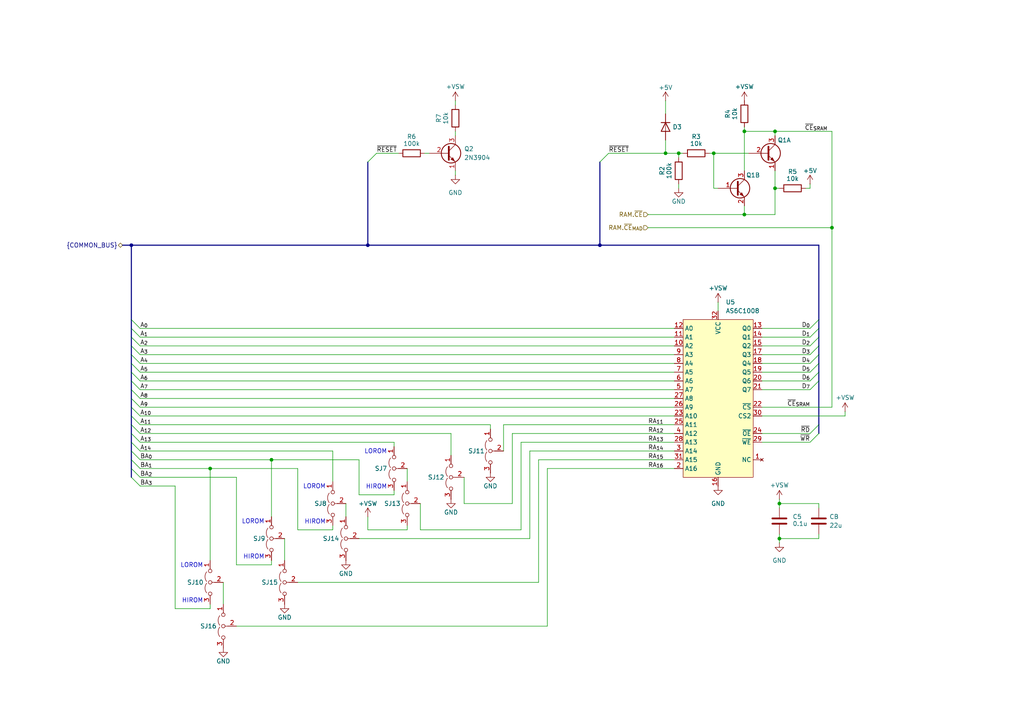
<source format=kicad_sch>
(kicad_sch
	(version 20250114)
	(generator "eeschema")
	(generator_version "9.0")
	(uuid "7300a905-7ea0-4e99-a24c-51c24af06fc8")
	(paper "A4")
	(title_block
		(title "SNES Basic UV Cartridge")
		(date "2025-11-17")
		(rev "v1.0")
		(company "https://github.com/MouseBiteLabs/Super-Nintendo-Cartridges")
		(comment 1 "NOTE 1: U2A is surface mount, U2B is through-hole. Only populate one.")
		(comment 2 "v1.1: Swap OEM CIC D0 and D1 pins, fix MAD-1 wiring, add selection for 27C160 modes")
	)
	(lib_symbols
		(symbol "Bucketmouse:AS6C1008"
			(exclude_from_sim no)
			(in_bom yes)
			(on_board yes)
			(property "Reference" "U"
				(at -10.16 20.955 0)
				(effects
					(font
						(size 1.27 1.27)
					)
					(justify left bottom)
				)
			)
			(property "Value" "AS6C1008"
				(at 2.54 20.955 0)
				(effects
					(font
						(size 1.27 1.27)
					)
					(justify left bottom)
				)
			)
			(property "Footprint" ""
				(at 0 -2.54 0)
				(effects
					(font
						(size 1.27 1.27)
					)
					(hide yes)
				)
			)
			(property "Datasheet" ""
				(at 0 -2.54 0)
				(effects
					(font
						(size 1.27 1.27)
					)
					(hide yes)
				)
			)
			(property "Description" ""
				(at 0 0 0)
				(effects
					(font
						(size 1.27 1.27)
					)
					(hide yes)
				)
			)
			(property "ki_keywords" "RAM SRAM CMOS MEMORY"
				(at 0 0 0)
				(effects
					(font
						(size 1.27 1.27)
					)
					(hide yes)
				)
			)
			(property "ki_fp_filters" "DIP*W15.24mm*"
				(at 0 0 0)
				(effects
					(font
						(size 1.27 1.27)
					)
					(hide yes)
				)
			)
			(symbol "AS6C1008_1_0"
				(pin power_in line
					(at 0 22.86 270)
					(length 2.54)
					(name "VCC"
						(effects
							(font
								(size 1.27 1.27)
							)
						)
					)
					(number "32"
						(effects
							(font
								(size 1.27 1.27)
							)
						)
					)
				)
				(pin power_in line
					(at 0 -27.94 90)
					(length 2.54)
					(name "GND"
						(effects
							(font
								(size 1.27 1.27)
							)
						)
					)
					(number "16"
						(effects
							(font
								(size 1.27 1.27)
							)
						)
					)
				)
			)
			(symbol "AS6C1008_1_1"
				(rectangle
					(start -10.16 20.32)
					(end 10.16 -25.4)
					(stroke
						(width 0)
						(type default)
					)
					(fill
						(type background)
					)
				)
				(pin input line
					(at -12.7 17.78 0)
					(length 2.54)
					(name "A0"
						(effects
							(font
								(size 1.27 1.27)
							)
						)
					)
					(number "12"
						(effects
							(font
								(size 1.27 1.27)
							)
						)
					)
				)
				(pin input line
					(at -12.7 15.24 0)
					(length 2.54)
					(name "A1"
						(effects
							(font
								(size 1.27 1.27)
							)
						)
					)
					(number "11"
						(effects
							(font
								(size 1.27 1.27)
							)
						)
					)
				)
				(pin input line
					(at -12.7 12.7 0)
					(length 2.54)
					(name "A2"
						(effects
							(font
								(size 1.27 1.27)
							)
						)
					)
					(number "10"
						(effects
							(font
								(size 1.27 1.27)
							)
						)
					)
				)
				(pin input line
					(at -12.7 10.16 0)
					(length 2.54)
					(name "A3"
						(effects
							(font
								(size 1.27 1.27)
							)
						)
					)
					(number "9"
						(effects
							(font
								(size 1.27 1.27)
							)
						)
					)
				)
				(pin input line
					(at -12.7 7.62 0)
					(length 2.54)
					(name "A4"
						(effects
							(font
								(size 1.27 1.27)
							)
						)
					)
					(number "8"
						(effects
							(font
								(size 1.27 1.27)
							)
						)
					)
				)
				(pin input line
					(at -12.7 5.08 0)
					(length 2.54)
					(name "A5"
						(effects
							(font
								(size 1.27 1.27)
							)
						)
					)
					(number "7"
						(effects
							(font
								(size 1.27 1.27)
							)
						)
					)
				)
				(pin input line
					(at -12.7 2.54 0)
					(length 2.54)
					(name "A6"
						(effects
							(font
								(size 1.27 1.27)
							)
						)
					)
					(number "6"
						(effects
							(font
								(size 1.27 1.27)
							)
						)
					)
				)
				(pin input line
					(at -12.7 0 0)
					(length 2.54)
					(name "A7"
						(effects
							(font
								(size 1.27 1.27)
							)
						)
					)
					(number "5"
						(effects
							(font
								(size 1.27 1.27)
							)
						)
					)
				)
				(pin input line
					(at -12.7 -2.54 0)
					(length 2.54)
					(name "A8"
						(effects
							(font
								(size 1.27 1.27)
							)
						)
					)
					(number "27"
						(effects
							(font
								(size 1.27 1.27)
							)
						)
					)
				)
				(pin input line
					(at -12.7 -5.08 0)
					(length 2.54)
					(name "A9"
						(effects
							(font
								(size 1.27 1.27)
							)
						)
					)
					(number "26"
						(effects
							(font
								(size 1.27 1.27)
							)
						)
					)
				)
				(pin input line
					(at -12.7 -7.62 0)
					(length 2.54)
					(name "A10"
						(effects
							(font
								(size 1.27 1.27)
							)
						)
					)
					(number "23"
						(effects
							(font
								(size 1.27 1.27)
							)
						)
					)
				)
				(pin input line
					(at -12.7 -10.16 0)
					(length 2.54)
					(name "A11"
						(effects
							(font
								(size 1.27 1.27)
							)
						)
					)
					(number "25"
						(effects
							(font
								(size 1.27 1.27)
							)
						)
					)
				)
				(pin input line
					(at -12.7 -12.7 0)
					(length 2.54)
					(name "A12"
						(effects
							(font
								(size 1.27 1.27)
							)
						)
					)
					(number "4"
						(effects
							(font
								(size 1.27 1.27)
							)
						)
					)
				)
				(pin input line
					(at -12.7 -15.24 0)
					(length 2.54)
					(name "A13"
						(effects
							(font
								(size 1.27 1.27)
							)
						)
					)
					(number "28"
						(effects
							(font
								(size 1.27 1.27)
							)
						)
					)
				)
				(pin input line
					(at -12.7 -17.78 0)
					(length 2.54)
					(name "A14"
						(effects
							(font
								(size 1.27 1.27)
							)
						)
					)
					(number "3"
						(effects
							(font
								(size 1.27 1.27)
							)
						)
					)
				)
				(pin input line
					(at -12.7 -20.32 0)
					(length 2.54)
					(name "A15"
						(effects
							(font
								(size 1.27 1.27)
							)
						)
					)
					(number "31"
						(effects
							(font
								(size 1.27 1.27)
							)
						)
					)
				)
				(pin input line
					(at -12.7 -22.86 0)
					(length 2.54)
					(name "A16"
						(effects
							(font
								(size 1.27 1.27)
							)
						)
					)
					(number "2"
						(effects
							(font
								(size 1.27 1.27)
							)
						)
					)
				)
				(pin tri_state line
					(at 12.7 17.78 180)
					(length 2.54)
					(name "Q0"
						(effects
							(font
								(size 1.27 1.27)
							)
						)
					)
					(number "13"
						(effects
							(font
								(size 1.27 1.27)
							)
						)
					)
				)
				(pin tri_state line
					(at 12.7 15.24 180)
					(length 2.54)
					(name "Q1"
						(effects
							(font
								(size 1.27 1.27)
							)
						)
					)
					(number "14"
						(effects
							(font
								(size 1.27 1.27)
							)
						)
					)
				)
				(pin tri_state line
					(at 12.7 12.7 180)
					(length 2.54)
					(name "Q2"
						(effects
							(font
								(size 1.27 1.27)
							)
						)
					)
					(number "15"
						(effects
							(font
								(size 1.27 1.27)
							)
						)
					)
				)
				(pin tri_state line
					(at 12.7 10.16 180)
					(length 2.54)
					(name "Q3"
						(effects
							(font
								(size 1.27 1.27)
							)
						)
					)
					(number "17"
						(effects
							(font
								(size 1.27 1.27)
							)
						)
					)
				)
				(pin tri_state line
					(at 12.7 7.62 180)
					(length 2.54)
					(name "Q4"
						(effects
							(font
								(size 1.27 1.27)
							)
						)
					)
					(number "18"
						(effects
							(font
								(size 1.27 1.27)
							)
						)
					)
				)
				(pin tri_state line
					(at 12.7 5.08 180)
					(length 2.54)
					(name "Q5"
						(effects
							(font
								(size 1.27 1.27)
							)
						)
					)
					(number "19"
						(effects
							(font
								(size 1.27 1.27)
							)
						)
					)
				)
				(pin tri_state line
					(at 12.7 2.54 180)
					(length 2.54)
					(name "Q6"
						(effects
							(font
								(size 1.27 1.27)
							)
						)
					)
					(number "20"
						(effects
							(font
								(size 1.27 1.27)
							)
						)
					)
				)
				(pin tri_state line
					(at 12.7 0 180)
					(length 2.54)
					(name "Q7"
						(effects
							(font
								(size 1.27 1.27)
							)
						)
					)
					(number "21"
						(effects
							(font
								(size 1.27 1.27)
							)
						)
					)
				)
				(pin input line
					(at 12.7 -5.08 180)
					(length 2.54)
					(name "~{CS}"
						(effects
							(font
								(size 1.27 1.27)
							)
						)
					)
					(number "22"
						(effects
							(font
								(size 1.27 1.27)
							)
						)
					)
				)
				(pin input line
					(at 12.7 -7.62 180)
					(length 2.54)
					(name "CS2"
						(effects
							(font
								(size 1.27 1.27)
							)
						)
					)
					(number "30"
						(effects
							(font
								(size 1.27 1.27)
							)
						)
					)
				)
				(pin input line
					(at 12.7 -12.7 180)
					(length 2.54)
					(name "~{OE}"
						(effects
							(font
								(size 1.27 1.27)
							)
						)
					)
					(number "24"
						(effects
							(font
								(size 1.27 1.27)
							)
						)
					)
				)
				(pin input line
					(at 12.7 -15.24 180)
					(length 2.54)
					(name "~{WE}"
						(effects
							(font
								(size 1.27 1.27)
							)
						)
					)
					(number "29"
						(effects
							(font
								(size 1.27 1.27)
							)
						)
					)
				)
				(pin no_connect line
					(at 12.7 -20.32 180)
					(length 2.54)
					(name "NC"
						(effects
							(font
								(size 1.27 1.27)
							)
						)
					)
					(number "1"
						(effects
							(font
								(size 1.27 1.27)
							)
						)
					)
				)
			)
			(embedded_fonts no)
		)
		(symbol "Device:C"
			(pin_numbers
				(hide yes)
			)
			(pin_names
				(offset 0.254)
			)
			(exclude_from_sim no)
			(in_bom yes)
			(on_board yes)
			(property "Reference" "C"
				(at 0.635 2.54 0)
				(effects
					(font
						(size 1.27 1.27)
					)
					(justify left)
				)
			)
			(property "Value" "C"
				(at 0.635 -2.54 0)
				(effects
					(font
						(size 1.27 1.27)
					)
					(justify left)
				)
			)
			(property "Footprint" ""
				(at 0.9652 -3.81 0)
				(effects
					(font
						(size 1.27 1.27)
					)
					(hide yes)
				)
			)
			(property "Datasheet" "~"
				(at 0 0 0)
				(effects
					(font
						(size 1.27 1.27)
					)
					(hide yes)
				)
			)
			(property "Description" "Unpolarized capacitor"
				(at 0 0 0)
				(effects
					(font
						(size 1.27 1.27)
					)
					(hide yes)
				)
			)
			(property "ki_keywords" "cap capacitor"
				(at 0 0 0)
				(effects
					(font
						(size 1.27 1.27)
					)
					(hide yes)
				)
			)
			(property "ki_fp_filters" "C_*"
				(at 0 0 0)
				(effects
					(font
						(size 1.27 1.27)
					)
					(hide yes)
				)
			)
			(symbol "C_0_1"
				(polyline
					(pts
						(xy -2.032 0.762) (xy 2.032 0.762)
					)
					(stroke
						(width 0.508)
						(type default)
					)
					(fill
						(type none)
					)
				)
				(polyline
					(pts
						(xy -2.032 -0.762) (xy 2.032 -0.762)
					)
					(stroke
						(width 0.508)
						(type default)
					)
					(fill
						(type none)
					)
				)
			)
			(symbol "C_1_1"
				(pin passive line
					(at 0 3.81 270)
					(length 2.794)
					(name "~"
						(effects
							(font
								(size 1.27 1.27)
							)
						)
					)
					(number "1"
						(effects
							(font
								(size 1.27 1.27)
							)
						)
					)
				)
				(pin passive line
					(at 0 -3.81 90)
					(length 2.794)
					(name "~"
						(effects
							(font
								(size 1.27 1.27)
							)
						)
					)
					(number "2"
						(effects
							(font
								(size 1.27 1.27)
							)
						)
					)
				)
			)
			(embedded_fonts no)
		)
		(symbol "Device:D"
			(pin_numbers
				(hide yes)
			)
			(pin_names
				(offset 1.016)
				(hide yes)
			)
			(exclude_from_sim no)
			(in_bom yes)
			(on_board yes)
			(property "Reference" "D"
				(at 0 2.54 0)
				(effects
					(font
						(size 1.27 1.27)
					)
				)
			)
			(property "Value" "D"
				(at 0 -2.54 0)
				(effects
					(font
						(size 1.27 1.27)
					)
				)
			)
			(property "Footprint" ""
				(at 0 0 0)
				(effects
					(font
						(size 1.27 1.27)
					)
					(hide yes)
				)
			)
			(property "Datasheet" "~"
				(at 0 0 0)
				(effects
					(font
						(size 1.27 1.27)
					)
					(hide yes)
				)
			)
			(property "Description" "Diode"
				(at 0 0 0)
				(effects
					(font
						(size 1.27 1.27)
					)
					(hide yes)
				)
			)
			(property "Sim.Device" "D"
				(at 0 0 0)
				(effects
					(font
						(size 1.27 1.27)
					)
					(hide yes)
				)
			)
			(property "Sim.Pins" "1=K 2=A"
				(at 0 0 0)
				(effects
					(font
						(size 1.27 1.27)
					)
					(hide yes)
				)
			)
			(property "ki_keywords" "diode"
				(at 0 0 0)
				(effects
					(font
						(size 1.27 1.27)
					)
					(hide yes)
				)
			)
			(property "ki_fp_filters" "TO-???* *_Diode_* *SingleDiode* D_*"
				(at 0 0 0)
				(effects
					(font
						(size 1.27 1.27)
					)
					(hide yes)
				)
			)
			(symbol "D_0_1"
				(polyline
					(pts
						(xy -1.27 1.27) (xy -1.27 -1.27)
					)
					(stroke
						(width 0.254)
						(type default)
					)
					(fill
						(type none)
					)
				)
				(polyline
					(pts
						(xy 1.27 1.27) (xy 1.27 -1.27) (xy -1.27 0) (xy 1.27 1.27)
					)
					(stroke
						(width 0.254)
						(type default)
					)
					(fill
						(type none)
					)
				)
				(polyline
					(pts
						(xy 1.27 0) (xy -1.27 0)
					)
					(stroke
						(width 0)
						(type default)
					)
					(fill
						(type none)
					)
				)
			)
			(symbol "D_1_1"
				(pin passive line
					(at -3.81 0 0)
					(length 2.54)
					(name "K"
						(effects
							(font
								(size 1.27 1.27)
							)
						)
					)
					(number "1"
						(effects
							(font
								(size 1.27 1.27)
							)
						)
					)
				)
				(pin passive line
					(at 3.81 0 180)
					(length 2.54)
					(name "A"
						(effects
							(font
								(size 1.27 1.27)
							)
						)
					)
					(number "2"
						(effects
							(font
								(size 1.27 1.27)
							)
						)
					)
				)
			)
			(embedded_fonts no)
		)
		(symbol "Device:R"
			(pin_numbers
				(hide yes)
			)
			(pin_names
				(offset 0)
			)
			(exclude_from_sim no)
			(in_bom yes)
			(on_board yes)
			(property "Reference" "R"
				(at 2.032 0 90)
				(effects
					(font
						(size 1.27 1.27)
					)
				)
			)
			(property "Value" "R"
				(at 0 0 90)
				(effects
					(font
						(size 1.27 1.27)
					)
				)
			)
			(property "Footprint" ""
				(at -1.778 0 90)
				(effects
					(font
						(size 1.27 1.27)
					)
					(hide yes)
				)
			)
			(property "Datasheet" "~"
				(at 0 0 0)
				(effects
					(font
						(size 1.27 1.27)
					)
					(hide yes)
				)
			)
			(property "Description" "Resistor"
				(at 0 0 0)
				(effects
					(font
						(size 1.27 1.27)
					)
					(hide yes)
				)
			)
			(property "ki_keywords" "R res resistor"
				(at 0 0 0)
				(effects
					(font
						(size 1.27 1.27)
					)
					(hide yes)
				)
			)
			(property "ki_fp_filters" "R_*"
				(at 0 0 0)
				(effects
					(font
						(size 1.27 1.27)
					)
					(hide yes)
				)
			)
			(symbol "R_0_1"
				(rectangle
					(start -1.016 -2.54)
					(end 1.016 2.54)
					(stroke
						(width 0.254)
						(type default)
					)
					(fill
						(type none)
					)
				)
			)
			(symbol "R_1_1"
				(pin passive line
					(at 0 3.81 270)
					(length 1.27)
					(name "~"
						(effects
							(font
								(size 1.27 1.27)
							)
						)
					)
					(number "1"
						(effects
							(font
								(size 1.27 1.27)
							)
						)
					)
				)
				(pin passive line
					(at 0 -3.81 90)
					(length 1.27)
					(name "~"
						(effects
							(font
								(size 1.27 1.27)
							)
						)
					)
					(number "2"
						(effects
							(font
								(size 1.27 1.27)
							)
						)
					)
				)
			)
			(embedded_fonts no)
		)
		(symbol "Jumper:Jumper_3_Open"
			(pin_names
				(offset 0)
				(hide yes)
			)
			(exclude_from_sim yes)
			(in_bom no)
			(on_board yes)
			(property "Reference" "JP"
				(at -2.54 -2.54 0)
				(effects
					(font
						(size 1.27 1.27)
					)
				)
			)
			(property "Value" "Jumper_3_Open"
				(at 0 2.794 0)
				(effects
					(font
						(size 1.27 1.27)
					)
				)
			)
			(property "Footprint" ""
				(at 0 0 0)
				(effects
					(font
						(size 1.27 1.27)
					)
					(hide yes)
				)
			)
			(property "Datasheet" "~"
				(at 0 0 0)
				(effects
					(font
						(size 1.27 1.27)
					)
					(hide yes)
				)
			)
			(property "Description" "Jumper, 3-pole, both open"
				(at 0 0 0)
				(effects
					(font
						(size 1.27 1.27)
					)
					(hide yes)
				)
			)
			(property "ki_keywords" "Jumper SPDT"
				(at 0 0 0)
				(effects
					(font
						(size 1.27 1.27)
					)
					(hide yes)
				)
			)
			(property "ki_fp_filters" "Jumper* TestPoint*3Pads* TestPoint*Bridge*"
				(at 0 0 0)
				(effects
					(font
						(size 1.27 1.27)
					)
					(hide yes)
				)
			)
			(symbol "Jumper_3_Open_0_0"
				(circle
					(center -3.302 0)
					(radius 0.508)
					(stroke
						(width 0)
						(type default)
					)
					(fill
						(type none)
					)
				)
				(circle
					(center 0 0)
					(radius 0.508)
					(stroke
						(width 0)
						(type default)
					)
					(fill
						(type none)
					)
				)
				(circle
					(center 3.302 0)
					(radius 0.508)
					(stroke
						(width 0)
						(type default)
					)
					(fill
						(type none)
					)
				)
			)
			(symbol "Jumper_3_Open_0_1"
				(arc
					(start -3.048 1.016)
					(mid -1.651 1.4992)
					(end -0.254 1.016)
					(stroke
						(width 0)
						(type default)
					)
					(fill
						(type none)
					)
				)
				(polyline
					(pts
						(xy 0 -0.508) (xy 0 -1.27)
					)
					(stroke
						(width 0)
						(type default)
					)
					(fill
						(type none)
					)
				)
				(arc
					(start 0.254 1.016)
					(mid 1.651 1.4992)
					(end 3.048 1.016)
					(stroke
						(width 0)
						(type default)
					)
					(fill
						(type none)
					)
				)
			)
			(symbol "Jumper_3_Open_1_1"
				(pin passive line
					(at -6.35 0 0)
					(length 2.54)
					(name "A"
						(effects
							(font
								(size 1.27 1.27)
							)
						)
					)
					(number "1"
						(effects
							(font
								(size 1.27 1.27)
							)
						)
					)
				)
				(pin passive line
					(at 0 -3.81 90)
					(length 2.54)
					(name "C"
						(effects
							(font
								(size 1.27 1.27)
							)
						)
					)
					(number "2"
						(effects
							(font
								(size 1.27 1.27)
							)
						)
					)
				)
				(pin passive line
					(at 6.35 0 180)
					(length 2.54)
					(name "B"
						(effects
							(font
								(size 1.27 1.27)
							)
						)
					)
					(number "3"
						(effects
							(font
								(size 1.27 1.27)
							)
						)
					)
				)
			)
			(embedded_fonts no)
		)
		(symbol "Transistor_BJT:2N3904"
			(pin_names
				(offset 0)
				(hide yes)
			)
			(exclude_from_sim no)
			(in_bom yes)
			(on_board yes)
			(property "Reference" "Q"
				(at 5.08 1.905 0)
				(effects
					(font
						(size 1.27 1.27)
					)
					(justify left)
				)
			)
			(property "Value" "2N3904"
				(at 5.08 0 0)
				(effects
					(font
						(size 1.27 1.27)
					)
					(justify left)
				)
			)
			(property "Footprint" "Package_TO_SOT_THT:TO-92_Inline"
				(at 5.08 -1.905 0)
				(effects
					(font
						(size 1.27 1.27)
						(italic yes)
					)
					(justify left)
					(hide yes)
				)
			)
			(property "Datasheet" "https://www.onsemi.com/pub/Collateral/2N3903-D.PDF"
				(at 0 0 0)
				(effects
					(font
						(size 1.27 1.27)
					)
					(justify left)
					(hide yes)
				)
			)
			(property "Description" "0.2A Ic, 40V Vce, Small Signal NPN Transistor, TO-92"
				(at 0 0 0)
				(effects
					(font
						(size 1.27 1.27)
					)
					(hide yes)
				)
			)
			(property "ki_keywords" "NPN Transistor"
				(at 0 0 0)
				(effects
					(font
						(size 1.27 1.27)
					)
					(hide yes)
				)
			)
			(property "ki_fp_filters" "TO?92*"
				(at 0 0 0)
				(effects
					(font
						(size 1.27 1.27)
					)
					(hide yes)
				)
			)
			(symbol "2N3904_0_1"
				(polyline
					(pts
						(xy 0.635 1.905) (xy 0.635 -1.905) (xy 0.635 -1.905)
					)
					(stroke
						(width 0.508)
						(type default)
					)
					(fill
						(type none)
					)
				)
				(polyline
					(pts
						(xy 0.635 0.635) (xy 2.54 2.54)
					)
					(stroke
						(width 0)
						(type default)
					)
					(fill
						(type none)
					)
				)
				(polyline
					(pts
						(xy 0.635 -0.635) (xy 2.54 -2.54) (xy 2.54 -2.54)
					)
					(stroke
						(width 0)
						(type default)
					)
					(fill
						(type none)
					)
				)
				(circle
					(center 1.27 0)
					(radius 2.8194)
					(stroke
						(width 0.254)
						(type default)
					)
					(fill
						(type none)
					)
				)
				(polyline
					(pts
						(xy 1.27 -1.778) (xy 1.778 -1.27) (xy 2.286 -2.286) (xy 1.27 -1.778) (xy 1.27 -1.778)
					)
					(stroke
						(width 0)
						(type default)
					)
					(fill
						(type outline)
					)
				)
			)
			(symbol "2N3904_1_1"
				(pin passive line
					(at -5.08 0 0)
					(length 5.715)
					(name "B"
						(effects
							(font
								(size 1.27 1.27)
							)
						)
					)
					(number "2"
						(effects
							(font
								(size 1.27 1.27)
							)
						)
					)
				)
				(pin passive line
					(at 2.54 5.08 270)
					(length 2.54)
					(name "C"
						(effects
							(font
								(size 1.27 1.27)
							)
						)
					)
					(number "3"
						(effects
							(font
								(size 1.27 1.27)
							)
						)
					)
				)
				(pin passive line
					(at 2.54 -5.08 90)
					(length 2.54)
					(name "E"
						(effects
							(font
								(size 1.27 1.27)
							)
						)
					)
					(number "1"
						(effects
							(font
								(size 1.27 1.27)
							)
						)
					)
				)
			)
			(embedded_fonts no)
		)
		(symbol "Transistor_BJT:MMBT3904"
			(pin_names
				(offset 0)
				(hide yes)
			)
			(exclude_from_sim no)
			(in_bom yes)
			(on_board yes)
			(property "Reference" "Q"
				(at 5.08 1.905 0)
				(effects
					(font
						(size 1.27 1.27)
					)
					(justify left)
				)
			)
			(property "Value" "MMBT3904"
				(at 5.08 0 0)
				(effects
					(font
						(size 1.27 1.27)
					)
					(justify left)
				)
			)
			(property "Footprint" "Package_TO_SOT_SMD:SOT-23"
				(at 5.08 -1.905 0)
				(effects
					(font
						(size 1.27 1.27)
						(italic yes)
					)
					(justify left)
					(hide yes)
				)
			)
			(property "Datasheet" "https://www.onsemi.com/pdf/datasheet/pzt3904-d.pdf"
				(at 0 0 0)
				(effects
					(font
						(size 1.27 1.27)
					)
					(justify left)
					(hide yes)
				)
			)
			(property "Description" "0.2A Ic, 40V Vce, Small Signal NPN Transistor, SOT-23"
				(at 0 0 0)
				(effects
					(font
						(size 1.27 1.27)
					)
					(hide yes)
				)
			)
			(property "ki_keywords" "NPN Transistor"
				(at 0 0 0)
				(effects
					(font
						(size 1.27 1.27)
					)
					(hide yes)
				)
			)
			(property "ki_fp_filters" "SOT?23*"
				(at 0 0 0)
				(effects
					(font
						(size 1.27 1.27)
					)
					(hide yes)
				)
			)
			(symbol "MMBT3904_0_1"
				(polyline
					(pts
						(xy 0.635 1.905) (xy 0.635 -1.905) (xy 0.635 -1.905)
					)
					(stroke
						(width 0.508)
						(type default)
					)
					(fill
						(type none)
					)
				)
				(polyline
					(pts
						(xy 0.635 0.635) (xy 2.54 2.54)
					)
					(stroke
						(width 0)
						(type default)
					)
					(fill
						(type none)
					)
				)
				(polyline
					(pts
						(xy 0.635 -0.635) (xy 2.54 -2.54) (xy 2.54 -2.54)
					)
					(stroke
						(width 0)
						(type default)
					)
					(fill
						(type none)
					)
				)
				(circle
					(center 1.27 0)
					(radius 2.8194)
					(stroke
						(width 0.254)
						(type default)
					)
					(fill
						(type none)
					)
				)
				(polyline
					(pts
						(xy 1.27 -1.778) (xy 1.778 -1.27) (xy 2.286 -2.286) (xy 1.27 -1.778) (xy 1.27 -1.778)
					)
					(stroke
						(width 0)
						(type default)
					)
					(fill
						(type outline)
					)
				)
			)
			(symbol "MMBT3904_1_1"
				(pin input line
					(at -5.08 0 0)
					(length 5.715)
					(name "B"
						(effects
							(font
								(size 1.27 1.27)
							)
						)
					)
					(number "1"
						(effects
							(font
								(size 1.27 1.27)
							)
						)
					)
				)
				(pin passive line
					(at 2.54 5.08 270)
					(length 2.54)
					(name "C"
						(effects
							(font
								(size 1.27 1.27)
							)
						)
					)
					(number "3"
						(effects
							(font
								(size 1.27 1.27)
							)
						)
					)
				)
				(pin passive line
					(at 2.54 -5.08 90)
					(length 2.54)
					(name "E"
						(effects
							(font
								(size 1.27 1.27)
							)
						)
					)
					(number "2"
						(effects
							(font
								(size 1.27 1.27)
							)
						)
					)
				)
			)
			(embedded_fonts no)
		)
		(symbol "power:+5V"
			(power)
			(pin_numbers
				(hide yes)
			)
			(pin_names
				(offset 0)
				(hide yes)
			)
			(exclude_from_sim no)
			(in_bom yes)
			(on_board yes)
			(property "Reference" "#PWR"
				(at 0 -3.81 0)
				(effects
					(font
						(size 1.27 1.27)
					)
					(hide yes)
				)
			)
			(property "Value" "+5V"
				(at 0 3.556 0)
				(effects
					(font
						(size 1.27 1.27)
					)
				)
			)
			(property "Footprint" ""
				(at 0 0 0)
				(effects
					(font
						(size 1.27 1.27)
					)
					(hide yes)
				)
			)
			(property "Datasheet" ""
				(at 0 0 0)
				(effects
					(font
						(size 1.27 1.27)
					)
					(hide yes)
				)
			)
			(property "Description" "Power symbol creates a global label with name \"+5V\""
				(at 0 0 0)
				(effects
					(font
						(size 1.27 1.27)
					)
					(hide yes)
				)
			)
			(property "ki_keywords" "global power"
				(at 0 0 0)
				(effects
					(font
						(size 1.27 1.27)
					)
					(hide yes)
				)
			)
			(symbol "+5V_0_1"
				(polyline
					(pts
						(xy -0.762 1.27) (xy 0 2.54)
					)
					(stroke
						(width 0)
						(type default)
					)
					(fill
						(type none)
					)
				)
				(polyline
					(pts
						(xy 0 2.54) (xy 0.762 1.27)
					)
					(stroke
						(width 0)
						(type default)
					)
					(fill
						(type none)
					)
				)
				(polyline
					(pts
						(xy 0 0) (xy 0 2.54)
					)
					(stroke
						(width 0)
						(type default)
					)
					(fill
						(type none)
					)
				)
			)
			(symbol "+5V_1_1"
				(pin power_in line
					(at 0 0 90)
					(length 0)
					(name "~"
						(effects
							(font
								(size 1.27 1.27)
							)
						)
					)
					(number "1"
						(effects
							(font
								(size 1.27 1.27)
							)
						)
					)
				)
			)
			(embedded_fonts no)
		)
		(symbol "power:+VSW"
			(power)
			(pin_numbers
				(hide yes)
			)
			(pin_names
				(offset 0)
				(hide yes)
			)
			(exclude_from_sim no)
			(in_bom yes)
			(on_board yes)
			(property "Reference" "#PWR"
				(at 0 -3.81 0)
				(effects
					(font
						(size 1.27 1.27)
					)
					(hide yes)
				)
			)
			(property "Value" "+VSW"
				(at 0 3.556 0)
				(effects
					(font
						(size 1.27 1.27)
					)
				)
			)
			(property "Footprint" ""
				(at 0 0 0)
				(effects
					(font
						(size 1.27 1.27)
					)
					(hide yes)
				)
			)
			(property "Datasheet" ""
				(at 0 0 0)
				(effects
					(font
						(size 1.27 1.27)
					)
					(hide yes)
				)
			)
			(property "Description" "Power symbol creates a global label with name \"+VSW\""
				(at 0 0 0)
				(effects
					(font
						(size 1.27 1.27)
					)
					(hide yes)
				)
			)
			(property "ki_keywords" "global power"
				(at 0 0 0)
				(effects
					(font
						(size 1.27 1.27)
					)
					(hide yes)
				)
			)
			(symbol "+VSW_0_1"
				(polyline
					(pts
						(xy -0.762 1.27) (xy 0 2.54)
					)
					(stroke
						(width 0)
						(type default)
					)
					(fill
						(type none)
					)
				)
				(polyline
					(pts
						(xy 0 2.54) (xy 0.762 1.27)
					)
					(stroke
						(width 0)
						(type default)
					)
					(fill
						(type none)
					)
				)
				(polyline
					(pts
						(xy 0 0) (xy 0 2.54)
					)
					(stroke
						(width 0)
						(type default)
					)
					(fill
						(type none)
					)
				)
			)
			(symbol "+VSW_1_1"
				(pin power_in line
					(at 0 0 90)
					(length 0)
					(name "~"
						(effects
							(font
								(size 1.27 1.27)
							)
						)
					)
					(number "1"
						(effects
							(font
								(size 1.27 1.27)
							)
						)
					)
				)
			)
			(embedded_fonts no)
		)
		(symbol "power:GND"
			(power)
			(pin_numbers
				(hide yes)
			)
			(pin_names
				(offset 0)
				(hide yes)
			)
			(exclude_from_sim no)
			(in_bom yes)
			(on_board yes)
			(property "Reference" "#PWR"
				(at 0 -6.35 0)
				(effects
					(font
						(size 1.27 1.27)
					)
					(hide yes)
				)
			)
			(property "Value" "GND"
				(at 0 -3.81 0)
				(effects
					(font
						(size 1.27 1.27)
					)
				)
			)
			(property "Footprint" ""
				(at 0 0 0)
				(effects
					(font
						(size 1.27 1.27)
					)
					(hide yes)
				)
			)
			(property "Datasheet" ""
				(at 0 0 0)
				(effects
					(font
						(size 1.27 1.27)
					)
					(hide yes)
				)
			)
			(property "Description" "Power symbol creates a global label with name \"GND\" , ground"
				(at 0 0 0)
				(effects
					(font
						(size 1.27 1.27)
					)
					(hide yes)
				)
			)
			(property "ki_keywords" "global power"
				(at 0 0 0)
				(effects
					(font
						(size 1.27 1.27)
					)
					(hide yes)
				)
			)
			(symbol "GND_0_1"
				(polyline
					(pts
						(xy 0 0) (xy 0 -1.27) (xy 1.27 -1.27) (xy 0 -2.54) (xy -1.27 -1.27) (xy 0 -1.27)
					)
					(stroke
						(width 0)
						(type default)
					)
					(fill
						(type none)
					)
				)
			)
			(symbol "GND_1_1"
				(pin power_in line
					(at 0 0 270)
					(length 0)
					(name "~"
						(effects
							(font
								(size 1.27 1.27)
							)
						)
					)
					(number "1"
						(effects
							(font
								(size 1.27 1.27)
							)
						)
					)
				)
			)
			(embedded_fonts no)
		)
	)
	(text "LOROM\n\n\n\n\nHIROM"
		(exclude_from_sim no)
		(at 112.268 136.144 0)
		(effects
			(font
				(size 1.27 1.27)
			)
			(justify right)
		)
		(uuid "21d4fc07-2a0e-49a9-86e4-603dc5793308")
	)
	(text "LOROM\n\n\n\n\nHIROM"
		(exclude_from_sim no)
		(at 76.708 156.464 0)
		(effects
			(font
				(size 1.27 1.27)
			)
			(justify right)
		)
		(uuid "48a765c7-b7cd-4ff8-a803-b72a8da85572")
	)
	(text "LOROM\n\n\n\n\nHIROM"
		(exclude_from_sim no)
		(at 58.928 169.164 0)
		(effects
			(font
				(size 1.27 1.27)
			)
			(justify right)
		)
		(uuid "5a9bbd7e-8c08-48d4-a9b9-421e7efa2627")
	)
	(text "LOROM\n\n\n\n\nHIROM"
		(exclude_from_sim no)
		(at 94.488 146.304 0)
		(effects
			(font
				(size 1.27 1.27)
			)
			(justify right)
		)
		(uuid "e1675b51-aec3-45e8-80c5-103815f816ac")
	)
	(junction
		(at 215.9 38.1)
		(diameter 0)
		(color 0 0 0 0)
		(uuid "1b5b74ce-4c6f-496f-972e-3035b41fcb90")
	)
	(junction
		(at 224.79 54.61)
		(diameter 0)
		(color 0 0 0 0)
		(uuid "33da25e4-52d9-46bc-bc8e-b024f0e6d4e0")
	)
	(junction
		(at 226.06 146.05)
		(diameter 0)
		(color 0 0 0 0)
		(uuid "3917c350-fc71-4f21-8f78-780dd92e2c74")
	)
	(junction
		(at 193.04 44.45)
		(diameter 0)
		(color 0 0 0 0)
		(uuid "461d5128-c9b2-4b4c-a4f7-326101046008")
	)
	(junction
		(at 224.79 38.1)
		(diameter 0)
		(color 0 0 0 0)
		(uuid "4941594d-04f3-41ee-9844-ac9503c03119")
	)
	(junction
		(at 106.68 71.12)
		(diameter 0)
		(color 0 0 0 0)
		(uuid "542c42a6-f07b-4bfb-8d3d-781c5e15c1d4")
	)
	(junction
		(at 78.74 133.35)
		(diameter 0)
		(color 0 0 0 0)
		(uuid "5b655db6-7ce3-4a53-90fc-0f217abfa8cd")
	)
	(junction
		(at 60.96 135.89)
		(diameter 0)
		(color 0 0 0 0)
		(uuid "5b94bfa0-8102-40f6-a4e1-12dc27037ccf")
	)
	(junction
		(at 207.01 44.45)
		(diameter 0)
		(color 0 0 0 0)
		(uuid "60a9f9d6-1f18-45ca-91e1-687a3e290a6b")
	)
	(junction
		(at 173.99 71.12)
		(diameter 0)
		(color 0 0 0 0)
		(uuid "617c550d-b31f-488f-ac9b-68d3b162bf1c")
	)
	(junction
		(at 196.85 44.45)
		(diameter 0)
		(color 0 0 0 0)
		(uuid "659c8a35-4096-4946-a059-91d26798cd84")
	)
	(junction
		(at 215.9 62.23)
		(diameter 0)
		(color 0 0 0 0)
		(uuid "7b9ee02e-24d4-47bc-8c23-e1182c93afe6")
	)
	(junction
		(at 38.1 71.12)
		(diameter 0)
		(color 0 0 0 0)
		(uuid "b9ca8aff-acb9-4e38-9247-370377bb8f5f")
	)
	(junction
		(at 241.3 66.04)
		(diameter 0)
		(color 0 0 0 0)
		(uuid "d3ca896d-1709-4cc1-a358-f394f38d901e")
	)
	(junction
		(at 226.06 156.21)
		(diameter 0)
		(color 0 0 0 0)
		(uuid "f3958e97-7734-4097-b88e-15659ec34b9f")
	)
	(bus_entry
		(at 38.1 120.65)
		(size 2.54 2.54)
		(stroke
			(width 0)
			(type default)
		)
		(uuid "054699d8-b6d3-460d-bede-f63a82de7d97")
	)
	(bus_entry
		(at 38.1 92.71)
		(size 2.54 2.54)
		(stroke
			(width 0)
			(type default)
		)
		(uuid "10be4eb7-887c-4960-80b4-269f3c6f0201")
	)
	(bus_entry
		(at 237.49 97.79)
		(size -2.54 2.54)
		(stroke
			(width 0)
			(type default)
		)
		(uuid "1b80267d-debe-41b3-854e-c5d95299a774")
	)
	(bus_entry
		(at 38.1 133.35)
		(size 2.54 2.54)
		(stroke
			(width 0)
			(type default)
		)
		(uuid "1cd855b5-2641-411e-a74d-7df9084af5dd")
	)
	(bus_entry
		(at 237.49 92.71)
		(size -2.54 2.54)
		(stroke
			(width 0)
			(type default)
		)
		(uuid "25d6e31f-1714-4a33-bd0a-c9877617b53e")
	)
	(bus_entry
		(at 237.49 107.95)
		(size -2.54 2.54)
		(stroke
			(width 0)
			(type default)
		)
		(uuid "261163f9-7f2a-4270-9526-39943182059b")
	)
	(bus_entry
		(at 38.1 125.73)
		(size 2.54 2.54)
		(stroke
			(width 0)
			(type default)
		)
		(uuid "278a7155-0c38-4bd6-8544-1897ed6aa94c")
	)
	(bus_entry
		(at 38.1 115.57)
		(size 2.54 2.54)
		(stroke
			(width 0)
			(type default)
		)
		(uuid "2ffae06f-9d33-4e16-8568-f4e9868111b3")
	)
	(bus_entry
		(at 106.68 46.99)
		(size 2.54 -2.54)
		(stroke
			(width 0)
			(type default)
		)
		(uuid "3fbb5b00-5792-45f0-873a-980b7b4f3cb2")
	)
	(bus_entry
		(at 38.1 110.49)
		(size 2.54 2.54)
		(stroke
			(width 0)
			(type default)
		)
		(uuid "57a5f3ce-6c71-4ea8-a87c-b59c2cc15cad")
	)
	(bus_entry
		(at 237.49 105.41)
		(size -2.54 2.54)
		(stroke
			(width 0)
			(type default)
		)
		(uuid "5f0d360f-341f-4e2d-bea2-5dd1fa2d8be1")
	)
	(bus_entry
		(at 38.1 107.95)
		(size 2.54 2.54)
		(stroke
			(width 0)
			(type default)
		)
		(uuid "6162c25b-0176-451f-b8db-0786956fa0b0")
	)
	(bus_entry
		(at 38.1 95.25)
		(size 2.54 2.54)
		(stroke
			(width 0)
			(type default)
		)
		(uuid "62978717-cc40-4fc9-a642-cb79fce9d251")
	)
	(bus_entry
		(at 173.99 46.99)
		(size 2.54 -2.54)
		(stroke
			(width 0)
			(type default)
		)
		(uuid "6dca3528-c716-4113-b0a5-453cc1e2ace5")
	)
	(bus_entry
		(at 237.49 110.49)
		(size -2.54 2.54)
		(stroke
			(width 0)
			(type default)
		)
		(uuid "7529a17e-f62c-46ba-a7b7-ba46e3e23ac8")
	)
	(bus_entry
		(at 38.1 97.79)
		(size 2.54 2.54)
		(stroke
			(width 0)
			(type default)
		)
		(uuid "79f26c2a-3900-4b91-b1e6-1295636fac5d")
	)
	(bus_entry
		(at 38.1 135.89)
		(size 2.54 2.54)
		(stroke
			(width 0)
			(type default)
		)
		(uuid "7cd2c72a-fdcb-4ff6-86b1-e1b5c2594da4")
	)
	(bus_entry
		(at 237.49 95.25)
		(size -2.54 2.54)
		(stroke
			(width 0)
			(type default)
		)
		(uuid "8051aa46-5d6d-4ed9-a294-ad2cd1ba742f")
	)
	(bus_entry
		(at 237.49 125.73)
		(size -2.54 2.54)
		(stroke
			(width 0)
			(type default)
		)
		(uuid "8416672e-6597-4b67-b211-655ea9bb20e9")
	)
	(bus_entry
		(at 38.1 138.43)
		(size 2.54 2.54)
		(stroke
			(width 0)
			(type default)
		)
		(uuid "a86f648a-76ac-4f19-aa68-9a60d7a4e1e9")
	)
	(bus_entry
		(at 38.1 113.03)
		(size 2.54 2.54)
		(stroke
			(width 0)
			(type default)
		)
		(uuid "b8b2f0c9-0b7d-418a-970b-e607a9aa7a6f")
	)
	(bus_entry
		(at 38.1 102.87)
		(size 2.54 2.54)
		(stroke
			(width 0)
			(type default)
		)
		(uuid "b9cc2f0a-ff7e-451f-9595-493b539f8d73")
	)
	(bus_entry
		(at 38.1 118.11)
		(size 2.54 2.54)
		(stroke
			(width 0)
			(type default)
		)
		(uuid "c053b9c8-9154-4e1d-9660-e98a1e09e790")
	)
	(bus_entry
		(at 38.1 105.41)
		(size 2.54 2.54)
		(stroke
			(width 0)
			(type default)
		)
		(uuid "c5bf9624-dfae-4534-a42c-c902b2e192b8")
	)
	(bus_entry
		(at 38.1 123.19)
		(size 2.54 2.54)
		(stroke
			(width 0)
			(type default)
		)
		(uuid "dac0e8a6-0507-4b88-9823-c057dc06f3d9")
	)
	(bus_entry
		(at 38.1 128.27)
		(size 2.54 2.54)
		(stroke
			(width 0)
			(type default)
		)
		(uuid "dce2f499-097b-4115-9c54-b652cc2d72de")
	)
	(bus_entry
		(at 237.49 123.19)
		(size -2.54 2.54)
		(stroke
			(width 0)
			(type default)
		)
		(uuid "e4c04835-c685-4579-aec4-32c1ddfcc5cb")
	)
	(bus_entry
		(at 237.49 102.87)
		(size -2.54 2.54)
		(stroke
			(width 0)
			(type default)
		)
		(uuid "e4d159ce-60d9-45f8-83c9-d114f0d7386e")
	)
	(bus_entry
		(at 38.1 130.81)
		(size 2.54 2.54)
		(stroke
			(width 0)
			(type default)
		)
		(uuid "f830df6c-f4ca-44fa-8d12-2a5699e75f46")
	)
	(bus_entry
		(at 38.1 100.33)
		(size 2.54 2.54)
		(stroke
			(width 0)
			(type default)
		)
		(uuid "f9d9b5f5-fd9d-4105-aa32-963998f0290c")
	)
	(bus_entry
		(at 237.49 100.33)
		(size -2.54 2.54)
		(stroke
			(width 0)
			(type default)
		)
		(uuid "fac6224b-3a79-4043-8ba8-b0cd9035330b")
	)
	(bus
		(pts
			(xy 38.1 120.65) (xy 38.1 123.19)
		)
		(stroke
			(width 0)
			(type default)
		)
		(uuid "07dc7c58-5db2-48df-aa6a-697b57a20d2b")
	)
	(wire
		(pts
			(xy 132.08 50.8) (xy 132.08 49.53)
		)
		(stroke
			(width 0)
			(type default)
		)
		(uuid "0897684f-cacf-4823-9ec6-a43cb81360ff")
	)
	(wire
		(pts
			(xy 118.11 153.67) (xy 118.11 152.4)
		)
		(stroke
			(width 0)
			(type default)
		)
		(uuid "0d97d534-9c1e-4f2c-b92a-5cabef2f8767")
	)
	(bus
		(pts
			(xy 38.1 97.79) (xy 38.1 100.33)
		)
		(stroke
			(width 0)
			(type default)
		)
		(uuid "0e437fac-f4d0-4d38-8daa-7e2687bb6e80")
	)
	(wire
		(pts
			(xy 241.3 66.04) (xy 241.3 118.11)
		)
		(stroke
			(width 0)
			(type default)
		)
		(uuid "12c485d2-c1e4-4371-b2c6-c41f0f5a417f")
	)
	(wire
		(pts
			(xy 151.13 128.27) (xy 195.58 128.27)
		)
		(stroke
			(width 0)
			(type default)
		)
		(uuid "14ffcd63-dbc9-4f15-9089-affa19051eb7")
	)
	(wire
		(pts
			(xy 130.81 125.73) (xy 130.81 132.08)
		)
		(stroke
			(width 0)
			(type default)
		)
		(uuid "17200e2a-c883-4a32-ab46-c0b729a0a14a")
	)
	(wire
		(pts
			(xy 234.95 107.95) (xy 220.98 107.95)
		)
		(stroke
			(width 0)
			(type default)
		)
		(uuid "1873bc0a-2347-4c3f-98ae-97e395bf6e71")
	)
	(wire
		(pts
			(xy 215.9 59.69) (xy 215.9 62.23)
		)
		(stroke
			(width 0)
			(type default)
		)
		(uuid "1a50f3f6-996c-48c5-8a08-1c95551971d1")
	)
	(wire
		(pts
			(xy 64.77 168.91) (xy 64.77 175.26)
		)
		(stroke
			(width 0)
			(type default)
		)
		(uuid "1bd2c393-35b2-4119-9d1b-27b2bd96d0f9")
	)
	(bus
		(pts
			(xy 237.49 95.25) (xy 237.49 92.71)
		)
		(stroke
			(width 0)
			(type default)
		)
		(uuid "1c088bc3-8263-4403-80bf-5edac6e42cfb")
	)
	(bus
		(pts
			(xy 237.49 105.41) (xy 237.49 102.87)
		)
		(stroke
			(width 0)
			(type default)
		)
		(uuid "1d4ea260-4397-4679-a3c1-3d3cfc87f674")
	)
	(wire
		(pts
			(xy 151.13 128.27) (xy 151.13 153.67)
		)
		(stroke
			(width 0)
			(type default)
		)
		(uuid "201ce6bd-d5e9-41ba-927c-39e1edc2950f")
	)
	(wire
		(pts
			(xy 234.95 102.87) (xy 220.98 102.87)
		)
		(stroke
			(width 0)
			(type default)
		)
		(uuid "20a6c982-52bc-4894-ac80-f2b071360d38")
	)
	(wire
		(pts
			(xy 118.11 153.67) (xy 106.68 153.67)
		)
		(stroke
			(width 0)
			(type default)
		)
		(uuid "21b691e5-7997-454b-b8c0-ce47a20090da")
	)
	(bus
		(pts
			(xy 237.49 102.87) (xy 237.49 100.33)
		)
		(stroke
			(width 0)
			(type default)
		)
		(uuid "23a9dbd5-2e1b-49f3-9a22-4fda3eafabdb")
	)
	(wire
		(pts
			(xy 40.64 95.25) (xy 195.58 95.25)
		)
		(stroke
			(width 0)
			(type default)
		)
		(uuid "28dccbbd-9ad9-4c2a-a822-9985cc55994b")
	)
	(wire
		(pts
			(xy 207.01 44.45) (xy 207.01 54.61)
		)
		(stroke
			(width 0)
			(type default)
		)
		(uuid "297e54a4-a269-42ad-8515-4657d11564e3")
	)
	(wire
		(pts
			(xy 40.64 107.95) (xy 195.58 107.95)
		)
		(stroke
			(width 0)
			(type default)
		)
		(uuid "299d2ca9-01a6-4d90-8428-2d1b47b692ad")
	)
	(bus
		(pts
			(xy 38.1 71.12) (xy 38.1 92.71)
		)
		(stroke
			(width 0)
			(type default)
		)
		(uuid "29ec4144-c0e9-4386-b2bd-85e95900ca2c")
	)
	(bus
		(pts
			(xy 237.49 110.49) (xy 237.49 123.19)
		)
		(stroke
			(width 0)
			(type default)
		)
		(uuid "2acf42ce-76b1-4676-9982-83f7bd2fe295")
	)
	(wire
		(pts
			(xy 50.8 176.53) (xy 60.96 176.53)
		)
		(stroke
			(width 0)
			(type default)
		)
		(uuid "2b7b5e32-5c60-485b-8d02-ade16fcdbe45")
	)
	(wire
		(pts
			(xy 146.05 123.19) (xy 195.58 123.19)
		)
		(stroke
			(width 0)
			(type default)
		)
		(uuid "2d7a4be4-6d0d-49d4-a7d4-7fe84b209550")
	)
	(wire
		(pts
			(xy 114.3 128.27) (xy 114.3 129.54)
		)
		(stroke
			(width 0)
			(type default)
		)
		(uuid "2f0f50f2-5ed7-465f-847d-7b4356e7dcce")
	)
	(bus
		(pts
			(xy 38.1 135.89) (xy 38.1 138.43)
		)
		(stroke
			(width 0)
			(type default)
		)
		(uuid "30cae4af-2e14-4a3a-ba42-131cfa5cb474")
	)
	(bus
		(pts
			(xy 38.1 123.19) (xy 38.1 125.73)
		)
		(stroke
			(width 0)
			(type default)
		)
		(uuid "313a3ec4-6785-431b-aed2-fec37df4151a")
	)
	(bus
		(pts
			(xy 38.1 128.27) (xy 38.1 130.81)
		)
		(stroke
			(width 0)
			(type default)
		)
		(uuid "31670335-63e2-41d8-ac11-56f6134619b5")
	)
	(wire
		(pts
			(xy 134.62 146.05) (xy 134.62 138.43)
		)
		(stroke
			(width 0)
			(type default)
		)
		(uuid "31caf2e4-c796-4c45-828b-12ad4d22e943")
	)
	(wire
		(pts
			(xy 187.96 66.04) (xy 241.3 66.04)
		)
		(stroke
			(width 0)
			(type default)
		)
		(uuid "354b7476-631e-4228-894d-3418e84701de")
	)
	(wire
		(pts
			(xy 237.49 146.05) (xy 237.49 147.32)
		)
		(stroke
			(width 0)
			(type default)
		)
		(uuid "35e0420b-ecc0-4cff-8819-27dd46d288c6")
	)
	(bus
		(pts
			(xy 173.99 46.99) (xy 173.99 71.12)
		)
		(stroke
			(width 0)
			(type default)
		)
		(uuid "392551cd-a787-46d2-ad71-f08a5d7d0aa8")
	)
	(bus
		(pts
			(xy 237.49 110.49) (xy 237.49 107.95)
		)
		(stroke
			(width 0)
			(type default)
		)
		(uuid "39d428fa-2cce-4047-a66b-2cdcd1d62f53")
	)
	(bus
		(pts
			(xy 38.1 107.95) (xy 38.1 110.49)
		)
		(stroke
			(width 0)
			(type default)
		)
		(uuid "3b8cb783-62bd-4b11-aafe-f4e5efe7f12b")
	)
	(wire
		(pts
			(xy 156.21 168.91) (xy 156.21 133.35)
		)
		(stroke
			(width 0)
			(type default)
		)
		(uuid "3ffc2ffa-3fcb-4d27-a84d-556f793a5bb4")
	)
	(wire
		(pts
			(xy 205.74 44.45) (xy 207.01 44.45)
		)
		(stroke
			(width 0)
			(type default)
		)
		(uuid "401df636-e408-4c14-808d-5beca509faf0")
	)
	(wire
		(pts
			(xy 68.58 138.43) (xy 68.58 163.83)
		)
		(stroke
			(width 0)
			(type default)
		)
		(uuid "4107743c-d204-4679-86d3-fec055867132")
	)
	(wire
		(pts
			(xy 96.52 153.67) (xy 96.52 152.4)
		)
		(stroke
			(width 0)
			(type default)
		)
		(uuid "41122d55-9ae9-466c-982c-c9695af8ebfb")
	)
	(wire
		(pts
			(xy 193.04 33.02) (xy 193.04 29.21)
		)
		(stroke
			(width 0)
			(type default)
		)
		(uuid "419cdad0-35f7-44e8-b2df-d20a98093ad5")
	)
	(wire
		(pts
			(xy 60.96 135.89) (xy 60.96 162.56)
		)
		(stroke
			(width 0)
			(type default)
		)
		(uuid "4263ae11-a69b-4bbf-951f-a690e25ef290")
	)
	(wire
		(pts
			(xy 215.9 38.1) (xy 224.79 38.1)
		)
		(stroke
			(width 0)
			(type default)
		)
		(uuid "434ae732-4b0a-48a2-88cb-05046d53de7f")
	)
	(wire
		(pts
			(xy 40.64 100.33) (xy 195.58 100.33)
		)
		(stroke
			(width 0)
			(type default)
		)
		(uuid "4566649b-422a-45af-84cd-84c17314f79b")
	)
	(wire
		(pts
			(xy 109.22 44.45) (xy 115.57 44.45)
		)
		(stroke
			(width 0)
			(type default)
		)
		(uuid "46b5230b-64bb-4628-a328-50c65d6417ff")
	)
	(wire
		(pts
			(xy 132.08 29.21) (xy 132.08 30.48)
		)
		(stroke
			(width 0)
			(type default)
		)
		(uuid "47eb84d6-62ec-433c-b0be-e8369af32666")
	)
	(wire
		(pts
			(xy 40.64 115.57) (xy 195.58 115.57)
		)
		(stroke
			(width 0)
			(type default)
		)
		(uuid "48ae283b-f6fe-4e16-a632-55e7790b7552")
	)
	(wire
		(pts
			(xy 40.64 120.65) (xy 195.58 120.65)
		)
		(stroke
			(width 0)
			(type default)
		)
		(uuid "49140150-a083-4f7f-8973-bbee9542f08b")
	)
	(bus
		(pts
			(xy 237.49 107.95) (xy 237.49 105.41)
		)
		(stroke
			(width 0)
			(type default)
		)
		(uuid "49513fa8-9d43-471c-89b9-80fa01e6eae9")
	)
	(bus
		(pts
			(xy 237.49 92.71) (xy 237.49 71.12)
		)
		(stroke
			(width 0)
			(type default)
		)
		(uuid "49de317e-a552-4d85-8b5a-ba20dd1f5380")
	)
	(bus
		(pts
			(xy 38.1 133.35) (xy 38.1 135.89)
		)
		(stroke
			(width 0)
			(type default)
		)
		(uuid "4a1d2bf9-d733-44fd-bf32-6933e48e807e")
	)
	(bus
		(pts
			(xy 106.68 71.12) (xy 173.99 71.12)
		)
		(stroke
			(width 0)
			(type default)
		)
		(uuid "4b104546-f621-4bf9-8ef3-9509b1070eb6")
	)
	(wire
		(pts
			(xy 104.14 156.21) (xy 153.67 156.21)
		)
		(stroke
			(width 0)
			(type default)
		)
		(uuid "4ba7059c-9b2b-4e0a-baf0-23b4514a8960")
	)
	(bus
		(pts
			(xy 38.1 113.03) (xy 38.1 115.57)
		)
		(stroke
			(width 0)
			(type default)
		)
		(uuid "4c8f8505-fc24-45b8-938e-567fa2768b54")
	)
	(wire
		(pts
			(xy 224.79 38.1) (xy 224.79 39.37)
		)
		(stroke
			(width 0)
			(type default)
		)
		(uuid "56dbadfc-10fc-41f4-bceb-21be080da97b")
	)
	(wire
		(pts
			(xy 40.64 133.35) (xy 78.74 133.35)
		)
		(stroke
			(width 0)
			(type default)
		)
		(uuid "56fb82b6-e3fd-4bbd-af56-31ea2d1059d7")
	)
	(wire
		(pts
			(xy 234.95 125.73) (xy 220.98 125.73)
		)
		(stroke
			(width 0)
			(type default)
		)
		(uuid "572cf32f-2c9a-4b68-9869-0077bcaea9cc")
	)
	(wire
		(pts
			(xy 40.64 125.73) (xy 130.81 125.73)
		)
		(stroke
			(width 0)
			(type default)
		)
		(uuid "5878d0ee-38ac-4db0-9fc8-fdefd071b9d7")
	)
	(bus
		(pts
			(xy 237.49 97.79) (xy 237.49 95.25)
		)
		(stroke
			(width 0)
			(type default)
		)
		(uuid "5894d66a-d425-44ac-b20d-44dbc279e037")
	)
	(wire
		(pts
			(xy 226.06 146.05) (xy 237.49 146.05)
		)
		(stroke
			(width 0)
			(type default)
		)
		(uuid "5a5d1cba-2e2a-46d0-b72d-52c45bb0928f")
	)
	(bus
		(pts
			(xy 173.99 71.12) (xy 237.49 71.12)
		)
		(stroke
			(width 0)
			(type default)
		)
		(uuid "5bc10b9c-0d67-4762-9f17-fed721d85463")
	)
	(bus
		(pts
			(xy 38.1 92.71) (xy 38.1 95.25)
		)
		(stroke
			(width 0)
			(type default)
		)
		(uuid "5d3d40c4-5b4b-46af-917f-374af08271bb")
	)
	(wire
		(pts
			(xy 196.85 44.45) (xy 196.85 45.72)
		)
		(stroke
			(width 0)
			(type default)
		)
		(uuid "5e6e32f3-f445-4d20-a662-86ab6d6f0cde")
	)
	(wire
		(pts
			(xy 234.95 113.03) (xy 220.98 113.03)
		)
		(stroke
			(width 0)
			(type default)
		)
		(uuid "631a8b3b-7426-4a9b-93d0-2f7e820419d8")
	)
	(bus
		(pts
			(xy 38.1 71.12) (xy 106.68 71.12)
		)
		(stroke
			(width 0)
			(type default)
		)
		(uuid "63abf9e4-b64c-46ae-8083-294ee66d195c")
	)
	(wire
		(pts
			(xy 156.21 133.35) (xy 195.58 133.35)
		)
		(stroke
			(width 0)
			(type default)
		)
		(uuid "6462b20e-cb81-468f-816d-7602a52572e7")
	)
	(wire
		(pts
			(xy 234.95 128.27) (xy 220.98 128.27)
		)
		(stroke
			(width 0)
			(type default)
		)
		(uuid "64d34428-6429-40f6-a735-49948bc54dbd")
	)
	(wire
		(pts
			(xy 68.58 181.61) (xy 158.75 181.61)
		)
		(stroke
			(width 0)
			(type default)
		)
		(uuid "65009c06-7ea4-4b75-9c74-5a15c5331d3a")
	)
	(bus
		(pts
			(xy 38.1 95.25) (xy 38.1 97.79)
		)
		(stroke
			(width 0)
			(type default)
		)
		(uuid "6810b76e-83c6-40dd-9b56-9381bc46e965")
	)
	(wire
		(pts
			(xy 86.36 168.91) (xy 156.21 168.91)
		)
		(stroke
			(width 0)
			(type default)
		)
		(uuid "698673df-343c-4622-af2c-df9d40f7648d")
	)
	(wire
		(pts
			(xy 86.36 153.67) (xy 96.52 153.67)
		)
		(stroke
			(width 0)
			(type default)
		)
		(uuid "6b967358-2e52-4f7a-bd7d-31e27dd8c244")
	)
	(bus
		(pts
			(xy 106.68 46.99) (xy 106.68 71.12)
		)
		(stroke
			(width 0)
			(type default)
		)
		(uuid "6bae00a1-7842-4e84-8a7f-4c784e73587b")
	)
	(wire
		(pts
			(xy 233.68 54.61) (xy 234.95 54.61)
		)
		(stroke
			(width 0)
			(type default)
		)
		(uuid "6da1828c-7846-4700-b748-988752bc624d")
	)
	(bus
		(pts
			(xy 237.49 123.19) (xy 237.49 125.73)
		)
		(stroke
			(width 0)
			(type default)
		)
		(uuid "6e5fb267-f716-4efe-b834-06f89f0ac751")
	)
	(bus
		(pts
			(xy 38.1 100.33) (xy 38.1 102.87)
		)
		(stroke
			(width 0)
			(type default)
		)
		(uuid "6f908d82-edc5-4699-94b2-03e4c6b7a49a")
	)
	(wire
		(pts
			(xy 207.01 44.45) (xy 217.17 44.45)
		)
		(stroke
			(width 0)
			(type default)
		)
		(uuid "7100ce94-b309-4cca-8c26-2b50f6bb6976")
	)
	(wire
		(pts
			(xy 220.98 118.11) (xy 241.3 118.11)
		)
		(stroke
			(width 0)
			(type default)
		)
		(uuid "73073d91-e2ed-44bb-97b0-37d8b71b7296")
	)
	(wire
		(pts
			(xy 237.49 154.94) (xy 237.49 156.21)
		)
		(stroke
			(width 0)
			(type default)
		)
		(uuid "730e0467-7b52-43bf-b419-fe65727f2b9e")
	)
	(wire
		(pts
			(xy 60.96 135.89) (xy 40.64 135.89)
		)
		(stroke
			(width 0)
			(type default)
		)
		(uuid "777e2954-a936-4ef5-93e9-c203ab7b45bf")
	)
	(wire
		(pts
			(xy 226.06 157.48) (xy 226.06 156.21)
		)
		(stroke
			(width 0)
			(type default)
		)
		(uuid "788a83d4-a3c3-4c2e-829c-c424c787a739")
	)
	(wire
		(pts
			(xy 215.9 62.23) (xy 224.79 62.23)
		)
		(stroke
			(width 0)
			(type default)
		)
		(uuid "7a04bd24-12d3-423d-a7e2-d3040397e0da")
	)
	(wire
		(pts
			(xy 40.64 102.87) (xy 195.58 102.87)
		)
		(stroke
			(width 0)
			(type default)
		)
		(uuid "7a5e667e-ac92-431d-bdcc-1209e59266f2")
	)
	(wire
		(pts
			(xy 40.64 97.79) (xy 195.58 97.79)
		)
		(stroke
			(width 0)
			(type default)
		)
		(uuid "7abb79ed-a123-415a-921b-a44c71b68d2a")
	)
	(wire
		(pts
			(xy 193.04 44.45) (xy 196.85 44.45)
		)
		(stroke
			(width 0)
			(type default)
		)
		(uuid "7b714596-9378-4fdc-8871-edd020c8b94a")
	)
	(wire
		(pts
			(xy 148.59 125.73) (xy 195.58 125.73)
		)
		(stroke
			(width 0)
			(type default)
		)
		(uuid "7e7ae413-bf0c-496b-bca2-a933f2057153")
	)
	(wire
		(pts
			(xy 100.33 146.05) (xy 100.33 149.86)
		)
		(stroke
			(width 0)
			(type default)
		)
		(uuid "7f4d624d-96ab-4194-93c0-a8786c14f85c")
	)
	(wire
		(pts
			(xy 234.95 95.25) (xy 220.98 95.25)
		)
		(stroke
			(width 0)
			(type default)
		)
		(uuid "800b5f73-2a01-49f9-a035-790e06fd943e")
	)
	(wire
		(pts
			(xy 86.36 135.89) (xy 60.96 135.89)
		)
		(stroke
			(width 0)
			(type default)
		)
		(uuid "8019e96f-2cf8-4103-8ccb-5601483c8a04")
	)
	(wire
		(pts
			(xy 60.96 176.53) (xy 60.96 175.26)
		)
		(stroke
			(width 0)
			(type default)
		)
		(uuid "80ae2438-af5f-46e2-805e-f3f10bf1f821")
	)
	(wire
		(pts
			(xy 158.75 135.89) (xy 195.58 135.89)
		)
		(stroke
			(width 0)
			(type default)
		)
		(uuid "81392274-f432-4452-b9ab-c92466338c84")
	)
	(wire
		(pts
			(xy 226.06 144.78) (xy 226.06 146.05)
		)
		(stroke
			(width 0)
			(type default)
		)
		(uuid "81ae0197-3b70-4dd9-81b2-086789d1e987")
	)
	(wire
		(pts
			(xy 226.06 156.21) (xy 226.06 154.94)
		)
		(stroke
			(width 0)
			(type default)
		)
		(uuid "82524e75-07db-43fd-bfbd-35b2ed927164")
	)
	(wire
		(pts
			(xy 96.52 130.81) (xy 96.52 139.7)
		)
		(stroke
			(width 0)
			(type default)
		)
		(uuid "82bbb961-99c7-4196-84a0-8628eb48e0b6")
	)
	(wire
		(pts
			(xy 40.64 118.11) (xy 195.58 118.11)
		)
		(stroke
			(width 0)
			(type default)
		)
		(uuid "830b1a79-b09e-4ade-a28f-d224ff70b133")
	)
	(wire
		(pts
			(xy 142.24 123.19) (xy 142.24 124.46)
		)
		(stroke
			(width 0)
			(type default)
		)
		(uuid "83e4728b-5a29-4653-a125-e3eb21b35c84")
	)
	(wire
		(pts
			(xy 215.9 49.53) (xy 215.9 38.1)
		)
		(stroke
			(width 0)
			(type default)
		)
		(uuid "8497c057-0ff2-473b-93f8-196380ee2582")
	)
	(wire
		(pts
			(xy 40.64 110.49) (xy 195.58 110.49)
		)
		(stroke
			(width 0)
			(type default)
		)
		(uuid "85412dfa-fc3b-46c9-82be-ee1c7cf6b283")
	)
	(wire
		(pts
			(xy 121.92 153.67) (xy 121.92 146.05)
		)
		(stroke
			(width 0)
			(type default)
		)
		(uuid "88c165d8-27a0-4418-bcb4-e340c931001f")
	)
	(wire
		(pts
			(xy 226.06 146.05) (xy 226.06 147.32)
		)
		(stroke
			(width 0)
			(type default)
		)
		(uuid "894e8cc0-c61c-4965-9871-aa3885a1839a")
	)
	(bus
		(pts
			(xy 38.1 118.11) (xy 38.1 120.65)
		)
		(stroke
			(width 0)
			(type default)
		)
		(uuid "8bd57c9b-8acc-4b85-ab1a-d07b3c9a10e5")
	)
	(wire
		(pts
			(xy 78.74 133.35) (xy 104.14 133.35)
		)
		(stroke
			(width 0)
			(type default)
		)
		(uuid "8c184854-ca93-4841-a523-c51fe2ee2471")
	)
	(wire
		(pts
			(xy 86.36 135.89) (xy 86.36 153.67)
		)
		(stroke
			(width 0)
			(type default)
		)
		(uuid "8dc4d468-b6aa-422a-be63-0cb2f13eee56")
	)
	(wire
		(pts
			(xy 114.3 143.51) (xy 114.3 142.24)
		)
		(stroke
			(width 0)
			(type default)
		)
		(uuid "8e45895d-bd13-4bdb-98ad-cfd7dc49723b")
	)
	(bus
		(pts
			(xy 38.1 130.81) (xy 38.1 133.35)
		)
		(stroke
			(width 0)
			(type default)
		)
		(uuid "8e94b0d4-f218-41e3-99c9-4c22fa13aff3")
	)
	(wire
		(pts
			(xy 121.92 153.67) (xy 151.13 153.67)
		)
		(stroke
			(width 0)
			(type default)
		)
		(uuid "925862b9-d7f5-4ca5-9909-5f911ac15a7b")
	)
	(wire
		(pts
			(xy 104.14 143.51) (xy 114.3 143.51)
		)
		(stroke
			(width 0)
			(type default)
		)
		(uuid "928d654a-7e89-4a50-b57c-0cc38547a597")
	)
	(wire
		(pts
			(xy 148.59 146.05) (xy 148.59 125.73)
		)
		(stroke
			(width 0)
			(type default)
		)
		(uuid "93934deb-bf21-42fb-a1cb-b748de449edd")
	)
	(wire
		(pts
			(xy 40.64 113.03) (xy 195.58 113.03)
		)
		(stroke
			(width 0)
			(type default)
		)
		(uuid "9b56e848-0e4c-4bcc-8f17-736c7ed811bd")
	)
	(wire
		(pts
			(xy 193.04 40.64) (xy 193.04 44.45)
		)
		(stroke
			(width 0)
			(type default)
		)
		(uuid "9c78c694-1da8-4039-a6d7-023919cd7cb3")
	)
	(wire
		(pts
			(xy 146.05 130.81) (xy 146.05 123.19)
		)
		(stroke
			(width 0)
			(type default)
		)
		(uuid "9da8ca9d-c293-47ec-9a83-13a3cbaf4127")
	)
	(wire
		(pts
			(xy 224.79 54.61) (xy 226.06 54.61)
		)
		(stroke
			(width 0)
			(type default)
		)
		(uuid "9dc03e5f-e4ca-44c3-85d0-2370981f4373")
	)
	(bus
		(pts
			(xy 38.1 115.57) (xy 38.1 118.11)
		)
		(stroke
			(width 0)
			(type default)
		)
		(uuid "9ff439e0-4797-4ced-a03b-3585362505e3")
	)
	(bus
		(pts
			(xy 38.1 102.87) (xy 38.1 105.41)
		)
		(stroke
			(width 0)
			(type default)
		)
		(uuid "a328148c-d565-4795-90d2-66d524b7079f")
	)
	(wire
		(pts
			(xy 241.3 38.1) (xy 241.3 66.04)
		)
		(stroke
			(width 0)
			(type default)
		)
		(uuid "a33b0011-c769-4c80-aed7-0cef4daf07d8")
	)
	(wire
		(pts
			(xy 224.79 49.53) (xy 224.79 54.61)
		)
		(stroke
			(width 0)
			(type default)
		)
		(uuid "a6b8a5e6-e36d-493f-85cf-7e98f0797f20")
	)
	(wire
		(pts
			(xy 234.95 54.61) (xy 234.95 53.34)
		)
		(stroke
			(width 0)
			(type default)
		)
		(uuid "ae610845-0118-4ddc-95ef-e5d4ca3eee5f")
	)
	(wire
		(pts
			(xy 118.11 139.7) (xy 118.11 135.89)
		)
		(stroke
			(width 0)
			(type default)
		)
		(uuid "af2e419c-da2b-4c12-a56c-7a6a82816293")
	)
	(wire
		(pts
			(xy 134.62 146.05) (xy 148.59 146.05)
		)
		(stroke
			(width 0)
			(type default)
		)
		(uuid "b1f7eb21-2309-428f-8237-f722216b9dae")
	)
	(wire
		(pts
			(xy 176.53 44.45) (xy 193.04 44.45)
		)
		(stroke
			(width 0)
			(type default)
		)
		(uuid "b2d9a1a2-2496-4c40-90c6-ae44f15a8818")
	)
	(wire
		(pts
			(xy 158.75 135.89) (xy 158.75 181.61)
		)
		(stroke
			(width 0)
			(type default)
		)
		(uuid "b4f436ed-97e0-4df6-ac67-1ff8e59dbf73")
	)
	(wire
		(pts
			(xy 40.64 128.27) (xy 114.3 128.27)
		)
		(stroke
			(width 0)
			(type default)
		)
		(uuid "b6325dd1-4033-4096-b31c-b8a7d1934cbf")
	)
	(wire
		(pts
			(xy 106.68 153.67) (xy 106.68 149.86)
		)
		(stroke
			(width 0)
			(type default)
		)
		(uuid "b634535a-cf42-45aa-9924-536dc7c9ae69")
	)
	(wire
		(pts
			(xy 132.08 38.1) (xy 132.08 39.37)
		)
		(stroke
			(width 0)
			(type default)
		)
		(uuid "b6505e6f-a399-4d3d-aff1-ecd907b216ca")
	)
	(bus
		(pts
			(xy 38.1 105.41) (xy 38.1 107.95)
		)
		(stroke
			(width 0)
			(type default)
		)
		(uuid "b8f20fa2-3972-41a8-a1c0-a9bf312cd327")
	)
	(wire
		(pts
			(xy 234.95 100.33) (xy 220.98 100.33)
		)
		(stroke
			(width 0)
			(type default)
		)
		(uuid "bb08e9cd-df92-40e0-bbf8-e75a9bd0e626")
	)
	(wire
		(pts
			(xy 68.58 163.83) (xy 78.74 163.83)
		)
		(stroke
			(width 0)
			(type default)
		)
		(uuid "bebbb553-fc2c-4fd2-9c8f-0199ca9b5ef2")
	)
	(bus
		(pts
			(xy 237.49 100.33) (xy 237.49 97.79)
		)
		(stroke
			(width 0)
			(type default)
		)
		(uuid "c1caaa18-9ac2-499e-a4c0-1e74466f147a")
	)
	(wire
		(pts
			(xy 153.67 130.81) (xy 195.58 130.81)
		)
		(stroke
			(width 0)
			(type default)
		)
		(uuid "c24333ce-9719-4331-9d93-42dbbd4d9783")
	)
	(bus
		(pts
			(xy 38.1 125.73) (xy 38.1 128.27)
		)
		(stroke
			(width 0)
			(type default)
		)
		(uuid "c49210cf-6c37-4539-8d25-8eab2ef085b2")
	)
	(wire
		(pts
			(xy 50.8 140.97) (xy 40.64 140.97)
		)
		(stroke
			(width 0)
			(type default)
		)
		(uuid "c66a2a73-847b-4e84-99ea-fef4874631d0")
	)
	(wire
		(pts
			(xy 208.28 87.63) (xy 208.28 90.17)
		)
		(stroke
			(width 0)
			(type default)
		)
		(uuid "c6f5cbdc-c878-400e-9a85-7d08db563725")
	)
	(wire
		(pts
			(xy 224.79 38.1) (xy 241.3 38.1)
		)
		(stroke
			(width 0)
			(type default)
		)
		(uuid "c73f20d0-ab15-45ea-abf9-5627a1a0046c")
	)
	(wire
		(pts
			(xy 187.96 62.23) (xy 215.9 62.23)
		)
		(stroke
			(width 0)
			(type default)
		)
		(uuid "d02b8073-6c03-44ea-99ff-7d3e6ac64cbf")
	)
	(wire
		(pts
			(xy 40.64 105.41) (xy 195.58 105.41)
		)
		(stroke
			(width 0)
			(type default)
		)
		(uuid "d1fde417-d37c-45ef-953d-7a407278c459")
	)
	(wire
		(pts
			(xy 50.8 140.97) (xy 50.8 176.53)
		)
		(stroke
			(width 0)
			(type default)
		)
		(uuid "d376a1e9-3d50-48e1-89bf-d6431abaccbf")
	)
	(wire
		(pts
			(xy 234.95 105.41) (xy 220.98 105.41)
		)
		(stroke
			(width 0)
			(type default)
		)
		(uuid "d40453d1-8147-432e-937e-b3d7a0ed9751")
	)
	(wire
		(pts
			(xy 234.95 110.49) (xy 220.98 110.49)
		)
		(stroke
			(width 0)
			(type default)
		)
		(uuid "d5ad030d-9d9d-4466-8208-22fdc2b859bd")
	)
	(wire
		(pts
			(xy 78.74 163.83) (xy 78.74 162.56)
		)
		(stroke
			(width 0)
			(type default)
		)
		(uuid "d65ccdc9-add5-4839-be1b-fa51d6061796")
	)
	(wire
		(pts
			(xy 68.58 138.43) (xy 40.64 138.43)
		)
		(stroke
			(width 0)
			(type default)
		)
		(uuid "d7836244-0516-4fef-b4db-66aba5584b15")
	)
	(wire
		(pts
			(xy 153.67 130.81) (xy 153.67 156.21)
		)
		(stroke
			(width 0)
			(type default)
		)
		(uuid "d7c845f7-77ec-4f50-b88b-67722645b15b")
	)
	(wire
		(pts
			(xy 220.98 120.65) (xy 245.11 120.65)
		)
		(stroke
			(width 0)
			(type default)
		)
		(uuid "dc1be96a-72e3-4bdd-9772-254711551912")
	)
	(wire
		(pts
			(xy 82.55 156.21) (xy 82.55 162.56)
		)
		(stroke
			(width 0)
			(type default)
		)
		(uuid "dfdd5330-54c6-460a-ab3a-5c0904e81350")
	)
	(bus
		(pts
			(xy 35.56 71.12) (xy 38.1 71.12)
		)
		(stroke
			(width 0)
			(type default)
		)
		(uuid "e1e6cb7d-2303-4caf-bef3-a2b3b1b432e4")
	)
	(wire
		(pts
			(xy 234.95 97.79) (xy 220.98 97.79)
		)
		(stroke
			(width 0)
			(type default)
		)
		(uuid "e269ae61-5506-4fa4-a004-bee86b8487e1")
	)
	(wire
		(pts
			(xy 40.64 123.19) (xy 142.24 123.19)
		)
		(stroke
			(width 0)
			(type default)
		)
		(uuid "e28bde5d-4d60-4bfa-91b7-91cae1f66993")
	)
	(wire
		(pts
			(xy 237.49 156.21) (xy 226.06 156.21)
		)
		(stroke
			(width 0)
			(type default)
		)
		(uuid "e3e31645-1e1c-4ef3-b026-5c65aa0a5df5")
	)
	(wire
		(pts
			(xy 123.19 44.45) (xy 124.46 44.45)
		)
		(stroke
			(width 0)
			(type default)
		)
		(uuid "e5b04bcd-6a27-499c-a425-56a009e9fe8b")
	)
	(wire
		(pts
			(xy 96.52 130.81) (xy 40.64 130.81)
		)
		(stroke
			(width 0)
			(type default)
		)
		(uuid "e79cf534-b5c0-4b88-b3b8-2d8ff5f61923")
	)
	(wire
		(pts
			(xy 224.79 54.61) (xy 224.79 62.23)
		)
		(stroke
			(width 0)
			(type default)
		)
		(uuid "f1d1212b-1c4c-4040-9248-8dda70e1f14e")
	)
	(wire
		(pts
			(xy 245.11 120.65) (xy 245.11 119.38)
		)
		(stroke
			(width 0)
			(type default)
		)
		(uuid "f28d289c-935e-4164-bc5e-89eca5f15d52")
	)
	(wire
		(pts
			(xy 215.9 36.83) (xy 215.9 38.1)
		)
		(stroke
			(width 0)
			(type default)
		)
		(uuid "f291d0b9-fdd3-48ea-9f5c-95f497457c4a")
	)
	(wire
		(pts
			(xy 196.85 54.61) (xy 196.85 53.34)
		)
		(stroke
			(width 0)
			(type default)
		)
		(uuid "f9a9d31f-0138-4daa-a22b-e223afda1ee3")
	)
	(wire
		(pts
			(xy 104.14 133.35) (xy 104.14 143.51)
		)
		(stroke
			(width 0)
			(type default)
		)
		(uuid "fb406a8a-d84e-4114-a020-507795c327c9")
	)
	(bus
		(pts
			(xy 38.1 110.49) (xy 38.1 113.03)
		)
		(stroke
			(width 0)
			(type default)
		)
		(uuid "fc097525-e080-4358-a2c6-690b095f5d2c")
	)
	(wire
		(pts
			(xy 78.74 133.35) (xy 78.74 149.86)
		)
		(stroke
			(width 0)
			(type default)
		)
		(uuid "fcfd1a43-7a52-41c5-a527-3f7ad224fc5d")
	)
	(wire
		(pts
			(xy 207.01 54.61) (xy 208.28 54.61)
		)
		(stroke
			(width 0)
			(type default)
		)
		(uuid "fe11d9a4-ed9c-4dda-8b7b-f1a6440fdba4")
	)
	(wire
		(pts
			(xy 196.85 44.45) (xy 198.12 44.45)
		)
		(stroke
			(width 0)
			(type default)
		)
		(uuid "ff632a03-59f1-4370-8826-09321b15cd7a")
	)
	(label "~{CE}_{SRAM}"
		(at 234.95 118.11 180)
		(effects
			(font
				(size 1.27 1.27)
			)
			(justify right bottom)
		)
		(uuid "04b3a641-9fc8-4f28-9107-9f821b2c8ef7")
	)
	(label "A_{3}"
		(at 40.64 102.87 0)
		(effects
			(font
				(size 1.27 1.27)
			)
			(justify left bottom)
		)
		(uuid "04e4ef87-2f0a-4638-a0aa-27abe1b49a3a")
	)
	(label "D_{4}"
		(at 234.95 105.41 180)
		(effects
			(font
				(size 1.27 1.27)
			)
			(justify right bottom)
		)
		(uuid "1b4be83b-845d-4058-92c6-fb6e2b6e3389")
	)
	(label "D_{6}"
		(at 234.95 110.49 180)
		(effects
			(font
				(size 1.27 1.27)
			)
			(justify right bottom)
		)
		(uuid "22765311-e660-44b3-838b-9c14fd5b709f")
	)
	(label "D_{7}"
		(at 234.95 113.03 180)
		(effects
			(font
				(size 1.27 1.27)
			)
			(justify right bottom)
		)
		(uuid "23224e27-170e-472a-8568-f8a4c23846d2")
	)
	(label "A_{4}"
		(at 40.64 105.41 0)
		(effects
			(font
				(size 1.27 1.27)
			)
			(justify left bottom)
		)
		(uuid "2b8365bb-a846-4c30-b355-9bbe702be6c1")
	)
	(label "A_{12}"
		(at 40.64 125.73 0)
		(effects
			(font
				(size 1.27 1.27)
			)
			(justify left bottom)
		)
		(uuid "35aac7fe-96c5-4afe-a5c2-1eae39648d8d")
	)
	(label "A_{2}"
		(at 40.64 100.33 0)
		(effects
			(font
				(size 1.27 1.27)
			)
			(justify left bottom)
		)
		(uuid "46618d39-405f-4df8-93be-122031a43681")
	)
	(label "~{RESET}"
		(at 176.53 44.45 0)
		(effects
			(font
				(size 1.27 1.27)
			)
			(justify left bottom)
		)
		(uuid "497eed8c-23c6-403e-b84d-b01629172793")
	)
	(label "A_{11}"
		(at 40.64 123.19 0)
		(effects
			(font
				(size 1.27 1.27)
			)
			(justify left bottom)
		)
		(uuid "4fc1e06b-be1b-4830-879f-f814aea96201")
	)
	(label "A_{1}"
		(at 40.64 97.79 0)
		(effects
			(font
				(size 1.27 1.27)
			)
			(justify left bottom)
		)
		(uuid "57f42129-cee4-4c22-810a-1fd979462224")
	)
	(label "~{CE}_{SRAM}"
		(at 240.03 38.1 180)
		(effects
			(font
				(size 1.27 1.27)
			)
			(justify right bottom)
		)
		(uuid "5abc79bb-5174-4120-89d9-69eef245a7fb")
	)
	(label "~{RESET}"
		(at 109.22 44.45 0)
		(effects
			(font
				(size 1.27 1.27)
			)
			(justify left bottom)
		)
		(uuid "5fcdbc22-f0ee-40d9-8b91-fc0bd2083c50")
	)
	(label "A_{0}"
		(at 40.64 95.25 0)
		(effects
			(font
				(size 1.27 1.27)
			)
			(justify left bottom)
		)
		(uuid "6295a37a-1aec-414c-8672-56f3ceb27394")
	)
	(label "A_{9}"
		(at 40.64 118.11 0)
		(effects
			(font
				(size 1.27 1.27)
			)
			(justify left bottom)
		)
		(uuid "677bc635-c5d5-40f6-9cbf-283775e63850")
	)
	(label "RA_{14}"
		(at 187.96 130.81 0)
		(effects
			(font
				(size 1.27 1.27)
			)
			(justify left bottom)
		)
		(uuid "7466e065-e337-4377-93aa-2ed302f5bb7b")
	)
	(label "RA_{12}"
		(at 187.96 125.73 0)
		(effects
			(font
				(size 1.27 1.27)
			)
			(justify left bottom)
		)
		(uuid "8e60799b-c8f2-4812-a8a2-54ee7c9dcb25")
	)
	(label "A_{7}"
		(at 40.64 113.03 0)
		(effects
			(font
				(size 1.27 1.27)
			)
			(justify left bottom)
		)
		(uuid "911a7c3c-66bb-4387-b591-c09da74b47db")
	)
	(label "D_{3}"
		(at 234.95 102.87 180)
		(effects
			(font
				(size 1.27 1.27)
			)
			(justify right bottom)
		)
		(uuid "91eea262-3b30-4e56-8dce-83e231e1ab84")
	)
	(label "RA_{11}"
		(at 187.96 123.19 0)
		(effects
			(font
				(size 1.27 1.27)
			)
			(justify left bottom)
		)
		(uuid "938c9021-a426-406c-b41a-fd166c4d82e8")
	)
	(label "RA_{15}"
		(at 187.96 133.35 0)
		(effects
			(font
				(size 1.27 1.27)
			)
			(justify left bottom)
		)
		(uuid "94f16289-c0eb-428c-92b9-7a800f4c632a")
	)
	(label "~{RD}"
		(at 234.95 125.73 180)
		(effects
			(font
				(size 1.27 1.27)
			)
			(justify right bottom)
		)
		(uuid "96b15a64-ea8f-47cf-8b02-9126c0d65336")
	)
	(label "D_{5}"
		(at 234.95 107.95 180)
		(effects
			(font
				(size 1.27 1.27)
			)
			(justify right bottom)
		)
		(uuid "998d475e-333a-4f25-9185-2cfb202b4e35")
	)
	(label "BA_{3}"
		(at 40.64 140.97 0)
		(effects
			(font
				(size 1.27 1.27)
			)
			(justify left bottom)
		)
		(uuid "9e9838a0-4321-4d1c-80a9-91fcab1d95f6")
	)
	(label "BA_{0}"
		(at 40.64 133.35 0)
		(effects
			(font
				(size 1.27 1.27)
			)
			(justify left bottom)
		)
		(uuid "a7926c99-dc56-4546-a9d6-3cb9fad49cc9")
	)
	(label "RA_{13}"
		(at 187.96 128.27 0)
		(effects
			(font
				(size 1.27 1.27)
			)
			(justify left bottom)
		)
		(uuid "a8f5e3a8-e558-4e4d-ae22-c8be7552fa72")
	)
	(label "BA_{1}"
		(at 40.64 135.89 0)
		(effects
			(font
				(size 1.27 1.27)
			)
			(justify left bottom)
		)
		(uuid "ae6b1d47-80a2-4eb0-a80e-cb08a12f9075")
	)
	(label "BA_{2}"
		(at 40.64 138.43 0)
		(effects
			(font
				(size 1.27 1.27)
			)
			(justify left bottom)
		)
		(uuid "b1e818e6-7f78-440b-bbef-325ea22ff450")
	)
	(label "A_{14}"
		(at 40.64 130.81 0)
		(effects
			(font
				(size 1.27 1.27)
			)
			(justify left bottom)
		)
		(uuid "b3a82b98-82e0-4b1f-91e7-470e22053c37")
	)
	(label "A_{5}"
		(at 40.64 107.95 0)
		(effects
			(font
				(size 1.27 1.27)
			)
			(justify left bottom)
		)
		(uuid "b5d1fc10-57ed-42c6-bafe-c64d53bc3e46")
	)
	(label "A_{8}"
		(at 40.64 115.57 0)
		(effects
			(font
				(size 1.27 1.27)
			)
			(justify left bottom)
		)
		(uuid "b67de95e-f187-4838-9d0a-893a83853103")
	)
	(label "~{WR}"
		(at 234.95 128.27 180)
		(effects
			(font
				(size 1.27 1.27)
			)
			(justify right bottom)
		)
		(uuid "b708685e-daa2-4133-8f46-af2dc29570fb")
	)
	(label "D_{2}"
		(at 234.95 100.33 180)
		(effects
			(font
				(size 1.27 1.27)
			)
			(justify right bottom)
		)
		(uuid "cc144143-8ace-4205-8f38-34311e410cbf")
	)
	(label "D_{0}"
		(at 234.95 95.25 180)
		(effects
			(font
				(size 1.27 1.27)
			)
			(justify right bottom)
		)
		(uuid "d066fc83-48fb-4dc9-b5f7-9e7c90cda254")
	)
	(label "A_{6}"
		(at 40.64 110.49 0)
		(effects
			(font
				(size 1.27 1.27)
			)
			(justify left bottom)
		)
		(uuid "e06aa0af-2e42-4ddf-a421-dcc2014327ee")
	)
	(label "A_{13}"
		(at 40.64 128.27 0)
		(effects
			(font
				(size 1.27 1.27)
			)
			(justify left bottom)
		)
		(uuid "e11fe63b-ec69-418e-989a-c5ad75109658")
	)
	(label "D_{1}"
		(at 234.95 97.79 180)
		(effects
			(font
				(size 1.27 1.27)
			)
			(justify right bottom)
		)
		(uuid "e2c6f55a-6d5d-4695-9373-b5d748dc2efa")
	)
	(label "A_{10}"
		(at 40.64 120.65 0)
		(effects
			(font
				(size 1.27 1.27)
			)
			(justify left bottom)
		)
		(uuid "e773d0b1-4b88-4bf8-acb9-7eb74d11d0c6")
	)
	(label "RA_{16}"
		(at 187.96 135.89 0)
		(effects
			(font
				(size 1.27 1.27)
			)
			(justify left bottom)
		)
		(uuid "eb1b33b4-bc19-44ff-a89c-7f2a2bfe5c88")
	)
	(hierarchical_label "RAM.~{CE}_{MAD}"
		(shape input)
		(at 187.96 66.04 180)
		(effects
			(font
				(size 1.27 1.27)
			)
			(justify right)
		)
		(uuid "5805478e-00dc-4604-bd3c-3cec10e934e6")
	)
	(hierarchical_label "RAM.~{CE}"
		(shape input)
		(at 187.96 62.23 180)
		(effects
			(font
				(size 1.27 1.27)
			)
			(justify right)
		)
		(uuid "9e442321-af95-4b52-80a0-1dd97c551178")
	)
	(hierarchical_label "{COMMON_BUS}"
		(shape bidirectional)
		(at 35.56 71.12 180)
		(effects
			(font
				(size 1.27 1.27)
			)
			(justify right)
		)
		(uuid "e5bc4389-5b03-4335-a780-2917610bfd69")
	)
	(symbol
		(lib_id "Device:D")
		(at 193.04 36.83 270)
		(unit 1)
		(exclude_from_sim no)
		(in_bom yes)
		(on_board yes)
		(dnp no)
		(uuid "00481283-bba4-4d79-8948-bfb8b51b391c")
		(property "Reference" "D3"
			(at 195.072 36.83 90)
			(effects
				(font
					(size 1.27 1.27)
				)
				(justify left)
			)
		)
		(property "Value" "D"
			(at 195.58 38.0999 90)
			(effects
				(font
					(size 1.27 1.27)
				)
				(justify left)
				(hide yes)
			)
		)
		(property "Footprint" "Bucketmouse:DIODE_THT_SMT"
			(at 193.04 36.83 0)
			(effects
				(font
					(size 1.27 1.27)
				)
				(hide yes)
			)
		)
		(property "Datasheet" "~"
			(at 193.04 36.83 0)
			(effects
				(font
					(size 1.27 1.27)
				)
				(hide yes)
			)
		)
		(property "Description" "Diode"
			(at 193.04 36.83 0)
			(effects
				(font
					(size 1.27 1.27)
				)
				(hide yes)
			)
		)
		(property "Sim.Device" "D"
			(at 193.04 36.83 0)
			(effects
				(font
					(size 1.27 1.27)
				)
				(hide yes)
			)
		)
		(property "Sim.Pins" "1=K 2=A"
			(at 193.04 36.83 0)
			(effects
				(font
					(size 1.27 1.27)
				)
				(hide yes)
			)
		)
		(pin "1"
			(uuid "39dbac38-3e20-4550-938e-84e0fa09e793")
		)
		(pin "2"
			(uuid "e6ba348c-907a-40c8-a6ed-ba906f538036")
		)
		(instances
			(project "SNES_Advanced_UV_1-0"
				(path "/174e013e-6c2d-4e07-a41c-d66da3153f42/e5c4dfa1-4c7d-41d9-89a0-07b7dfe0aa1c"
					(reference "D3")
					(unit 1)
				)
			)
		)
	)
	(symbol
		(lib_id "power:+VSW")
		(at 132.08 29.21 0)
		(unit 1)
		(exclude_from_sim no)
		(in_bom yes)
		(on_board yes)
		(dnp no)
		(uuid "20ddae7f-f3e7-4a3a-94d4-1f42e727b7dc")
		(property "Reference" "#PWR036"
			(at 132.08 33.02 0)
			(effects
				(font
					(size 1.27 1.27)
				)
				(hide yes)
			)
		)
		(property "Value" "+VSW"
			(at 132.08 25.146 0)
			(effects
				(font
					(size 1.27 1.27)
				)
			)
		)
		(property "Footprint" ""
			(at 132.08 29.21 0)
			(effects
				(font
					(size 1.27 1.27)
				)
				(hide yes)
			)
		)
		(property "Datasheet" ""
			(at 132.08 29.21 0)
			(effects
				(font
					(size 1.27 1.27)
				)
				(hide yes)
			)
		)
		(property "Description" "Power symbol creates a global label with name \"+VSW\""
			(at 132.08 29.21 0)
			(effects
				(font
					(size 1.27 1.27)
				)
				(hide yes)
			)
		)
		(pin "1"
			(uuid "1a8412ff-4154-4326-b673-be7df353f64f")
		)
		(instances
			(project "SNES_Advanced_UV_1-0"
				(path "/174e013e-6c2d-4e07-a41c-d66da3153f42/e5c4dfa1-4c7d-41d9-89a0-07b7dfe0aa1c"
					(reference "#PWR036")
					(unit 1)
				)
			)
		)
	)
	(symbol
		(lib_id "power:GND")
		(at 226.06 157.48 0)
		(unit 1)
		(exclude_from_sim no)
		(in_bom yes)
		(on_board yes)
		(dnp no)
		(fields_autoplaced yes)
		(uuid "2751a828-f5d9-47fc-8f11-7903ffc24600")
		(property "Reference" "#PWR024"
			(at 226.06 163.83 0)
			(effects
				(font
					(size 1.27 1.27)
				)
				(hide yes)
			)
		)
		(property "Value" "GND"
			(at 226.06 162.56 0)
			(effects
				(font
					(size 1.27 1.27)
				)
			)
		)
		(property "Footprint" ""
			(at 226.06 157.48 0)
			(effects
				(font
					(size 1.27 1.27)
				)
				(hide yes)
			)
		)
		(property "Datasheet" ""
			(at 226.06 157.48 0)
			(effects
				(font
					(size 1.27 1.27)
				)
				(hide yes)
			)
		)
		(property "Description" "Power symbol creates a global label with name \"GND\" , ground"
			(at 226.06 157.48 0)
			(effects
				(font
					(size 1.27 1.27)
				)
				(hide yes)
			)
		)
		(pin "1"
			(uuid "98d8afd7-ee26-4b59-8aeb-e7b684ef2ce1")
		)
		(instances
			(project "SNES_Advanced_UV_1-0"
				(path "/174e013e-6c2d-4e07-a41c-d66da3153f42/e5c4dfa1-4c7d-41d9-89a0-07b7dfe0aa1c"
					(reference "#PWR024")
					(unit 1)
				)
			)
		)
	)
	(symbol
		(lib_id "Device:R")
		(at 215.9 33.02 180)
		(unit 1)
		(exclude_from_sim no)
		(in_bom yes)
		(on_board yes)
		(dnp no)
		(uuid "31a169f4-80c5-4b9d-b5be-18c5ea953dc4")
		(property "Reference" "R4"
			(at 211.074 33.02 90)
			(effects
				(font
					(size 1.27 1.27)
				)
			)
		)
		(property "Value" "10k"
			(at 213.106 33.02 90)
			(effects
				(font
					(size 1.27 1.27)
				)
			)
		)
		(property "Footprint" "Bucketmouse:THT_SMT_0803"
			(at 217.678 33.02 90)
			(effects
				(font
					(size 1.27 1.27)
				)
				(hide yes)
			)
		)
		(property "Datasheet" "~"
			(at 215.9 33.02 0)
			(effects
				(font
					(size 1.27 1.27)
				)
				(hide yes)
			)
		)
		(property "Description" "Resistor"
			(at 215.9 33.02 0)
			(effects
				(font
					(size 1.27 1.27)
				)
				(hide yes)
			)
		)
		(pin "1"
			(uuid "7a447a43-a7b8-4511-8623-2e072be68db8")
		)
		(pin "2"
			(uuid "e8907662-b985-4921-a730-0e01dc9c1425")
		)
		(instances
			(project "SNES_Advanced_UV_1-0"
				(path "/174e013e-6c2d-4e07-a41c-d66da3153f42/e5c4dfa1-4c7d-41d9-89a0-07b7dfe0aa1c"
					(reference "R4")
					(unit 1)
				)
			)
		)
	)
	(symbol
		(lib_id "power:GND")
		(at 208.28 140.97 0)
		(unit 1)
		(exclude_from_sim no)
		(in_bom yes)
		(on_board yes)
		(dnp no)
		(fields_autoplaced yes)
		(uuid "34b8a0a1-ff78-447e-b707-7c9bcf1a2715")
		(property "Reference" "#PWR019"
			(at 208.28 147.32 0)
			(effects
				(font
					(size 1.27 1.27)
				)
				(hide yes)
			)
		)
		(property "Value" "GND"
			(at 208.28 146.05 0)
			(effects
				(font
					(size 1.27 1.27)
				)
			)
		)
		(property "Footprint" ""
			(at 208.28 140.97 0)
			(effects
				(font
					(size 1.27 1.27)
				)
				(hide yes)
			)
		)
		(property "Datasheet" ""
			(at 208.28 140.97 0)
			(effects
				(font
					(size 1.27 1.27)
				)
				(hide yes)
			)
		)
		(property "Description" "Power symbol creates a global label with name \"GND\" , ground"
			(at 208.28 140.97 0)
			(effects
				(font
					(size 1.27 1.27)
				)
				(hide yes)
			)
		)
		(pin "1"
			(uuid "daa68fc0-35e1-4559-afcf-5c5f31364e31")
		)
		(instances
			(project "SNES_Advanced_UV_1-0"
				(path "/174e013e-6c2d-4e07-a41c-d66da3153f42/e5c4dfa1-4c7d-41d9-89a0-07b7dfe0aa1c"
					(reference "#PWR019")
					(unit 1)
				)
			)
		)
	)
	(symbol
		(lib_id "Transistor_BJT:MMBT3904")
		(at 213.36 54.61 0)
		(unit 1)
		(exclude_from_sim no)
		(in_bom yes)
		(on_board yes)
		(dnp no)
		(uuid "35a519d8-e97b-4789-9092-6fafa77cf1f9")
		(property "Reference" "Q1B"
			(at 216.408 50.8 0)
			(effects
				(font
					(size 1.27 1.27)
				)
				(justify left)
			)
		)
		(property "Value" "MMBT3904"
			(at 218.44 55.8799 0)
			(effects
				(font
					(size 1.27 1.27)
				)
				(justify left)
				(hide yes)
			)
		)
		(property "Footprint" "Bucketmouse:SOT-23"
			(at 218.44 56.515 0)
			(effects
				(font
					(size 1.27 1.27)
					(italic yes)
				)
				(justify left)
				(hide yes)
			)
		)
		(property "Datasheet" "https://www.onsemi.com/pdf/datasheet/pzt3904-d.pdf"
			(at 213.36 54.61 0)
			(effects
				(font
					(size 1.27 1.27)
				)
				(justify left)
				(hide yes)
			)
		)
		(property "Description" "0.2A Ic, 40V Vce, Small Signal NPN Transistor, SOT-23"
			(at 213.36 54.61 0)
			(effects
				(font
					(size 1.27 1.27)
				)
				(hide yes)
			)
		)
		(pin "1"
			(uuid "3ecb96c2-79a0-42b2-aec4-e821fc1885a4")
		)
		(pin "2"
			(uuid "99ee0bff-503e-4871-88ab-bc9797c50c0f")
		)
		(pin "3"
			(uuid "aa16212c-be0c-4a24-85c7-fa5738256507")
		)
		(instances
			(project ""
				(path "/174e013e-6c2d-4e07-a41c-d66da3153f42/e5c4dfa1-4c7d-41d9-89a0-07b7dfe0aa1c"
					(reference "Q1B")
					(unit 1)
				)
			)
		)
	)
	(symbol
		(lib_id "power:GND")
		(at 132.08 50.8 0)
		(unit 1)
		(exclude_from_sim no)
		(in_bom yes)
		(on_board yes)
		(dnp no)
		(fields_autoplaced yes)
		(uuid "3fd54209-aab6-437e-a071-21f89574fa2c")
		(property "Reference" "#PWR037"
			(at 132.08 57.15 0)
			(effects
				(font
					(size 1.27 1.27)
				)
				(hide yes)
			)
		)
		(property "Value" "GND"
			(at 132.08 55.88 0)
			(effects
				(font
					(size 1.27 1.27)
				)
			)
		)
		(property "Footprint" ""
			(at 132.08 50.8 0)
			(effects
				(font
					(size 1.27 1.27)
				)
				(hide yes)
			)
		)
		(property "Datasheet" ""
			(at 132.08 50.8 0)
			(effects
				(font
					(size 1.27 1.27)
				)
				(hide yes)
			)
		)
		(property "Description" "Power symbol creates a global label with name \"GND\" , ground"
			(at 132.08 50.8 0)
			(effects
				(font
					(size 1.27 1.27)
				)
				(hide yes)
			)
		)
		(pin "1"
			(uuid "190fcf17-94cb-4719-ac5b-052bcdff5b64")
		)
		(instances
			(project "SNES_Advanced_UV_1-0"
				(path "/174e013e-6c2d-4e07-a41c-d66da3153f42/e5c4dfa1-4c7d-41d9-89a0-07b7dfe0aa1c"
					(reference "#PWR037")
					(unit 1)
				)
			)
		)
	)
	(symbol
		(lib_id "power:GND")
		(at 64.77 187.96 0)
		(mirror y)
		(unit 1)
		(exclude_from_sim no)
		(in_bom yes)
		(on_board yes)
		(dnp no)
		(uuid "4b70b90b-27aa-40a9-ac13-2526297ce940")
		(property "Reference" "#PWR04"
			(at 64.77 194.31 0)
			(effects
				(font
					(size 1.27 1.27)
				)
				(hide yes)
			)
		)
		(property "Value" "GND"
			(at 64.77 191.77 0)
			(effects
				(font
					(size 1.27 1.27)
				)
			)
		)
		(property "Footprint" ""
			(at 64.77 187.96 0)
			(effects
				(font
					(size 1.27 1.27)
				)
				(hide yes)
			)
		)
		(property "Datasheet" ""
			(at 64.77 187.96 0)
			(effects
				(font
					(size 1.27 1.27)
				)
				(hide yes)
			)
		)
		(property "Description" "Power symbol creates a global label with name \"GND\" , ground"
			(at 64.77 187.96 0)
			(effects
				(font
					(size 1.27 1.27)
				)
				(hide yes)
			)
		)
		(pin "1"
			(uuid "a235a3d1-950a-4263-a61b-2b4184faec4e")
		)
		(instances
			(project "SNES_Advanced_UV_1-0"
				(path "/174e013e-6c2d-4e07-a41c-d66da3153f42/e5c4dfa1-4c7d-41d9-89a0-07b7dfe0aa1c"
					(reference "#PWR04")
					(unit 1)
				)
			)
		)
	)
	(symbol
		(lib_id "power:+5V")
		(at 234.95 53.34 0)
		(unit 1)
		(exclude_from_sim no)
		(in_bom yes)
		(on_board yes)
		(dnp no)
		(uuid "5a7bb5b9-037c-41af-b0a6-16c80e43c2c3")
		(property "Reference" "#PWR031"
			(at 234.95 57.15 0)
			(effects
				(font
					(size 1.27 1.27)
				)
				(hide yes)
			)
		)
		(property "Value" "+5V"
			(at 234.95 49.53 0)
			(effects
				(font
					(size 1.27 1.27)
				)
			)
		)
		(property "Footprint" ""
			(at 234.95 53.34 0)
			(effects
				(font
					(size 1.27 1.27)
				)
				(hide yes)
			)
		)
		(property "Datasheet" ""
			(at 234.95 53.34 0)
			(effects
				(font
					(size 1.27 1.27)
				)
				(hide yes)
			)
		)
		(property "Description" "Power symbol creates a global label with name \"+5V\""
			(at 234.95 53.34 0)
			(effects
				(font
					(size 1.27 1.27)
				)
				(hide yes)
			)
		)
		(pin "1"
			(uuid "ca9993d6-b299-4518-9ede-52a5b9b20c9e")
		)
		(instances
			(project "SNES_Advanced_UV_1-0"
				(path "/174e013e-6c2d-4e07-a41c-d66da3153f42/e5c4dfa1-4c7d-41d9-89a0-07b7dfe0aa1c"
					(reference "#PWR031")
					(unit 1)
				)
			)
		)
	)
	(symbol
		(lib_id "Device:C")
		(at 237.49 151.13 0)
		(unit 1)
		(exclude_from_sim no)
		(in_bom yes)
		(on_board yes)
		(dnp no)
		(uuid "5b102c9c-2d98-4245-9020-0d30ec6d4bda")
		(property "Reference" "CB"
			(at 240.538 149.86 0)
			(effects
				(font
					(size 1.27 1.27)
				)
				(justify left)
			)
		)
		(property "Value" "22u"
			(at 240.538 152.4 0)
			(effects
				(font
					(size 1.27 1.27)
				)
				(justify left)
			)
		)
		(property "Footprint" "Bucketmouse:CP_Radial_D5.0mm_P2.50mm"
			(at 238.4552 154.94 0)
			(effects
				(font
					(size 1.27 1.27)
				)
				(hide yes)
			)
		)
		(property "Datasheet" "~"
			(at 237.49 151.13 0)
			(effects
				(font
					(size 1.27 1.27)
				)
				(hide yes)
			)
		)
		(property "Description" "Unpolarized capacitor"
			(at 237.49 151.13 0)
			(effects
				(font
					(size 1.27 1.27)
				)
				(hide yes)
			)
		)
		(property "Rating" ""
			(at 237.49 151.13 0)
			(effects
				(font
					(size 1.27 1.27)
				)
				(hide yes)
			)
		)
		(property "Sim.Device" ""
			(at 237.49 151.13 0)
			(effects
				(font
					(size 1.27 1.27)
				)
				(hide yes)
			)
		)
		(property "Sim.Pins" ""
			(at 237.49 151.13 0)
			(effects
				(font
					(size 1.27 1.27)
				)
				(hide yes)
			)
		)
		(pin "2"
			(uuid "ad15b233-2744-444b-806b-9bc38ce46d80")
		)
		(pin "1"
			(uuid "620380f5-034e-4193-bd2b-326f504d12f4")
		)
		(instances
			(project "SNES_Advanced_UV_1-0"
				(path "/174e013e-6c2d-4e07-a41c-d66da3153f42/e5c4dfa1-4c7d-41d9-89a0-07b7dfe0aa1c"
					(reference "CB")
					(unit 1)
				)
			)
		)
	)
	(symbol
		(lib_id "Device:C")
		(at 226.06 151.13 0)
		(unit 1)
		(exclude_from_sim no)
		(in_bom yes)
		(on_board yes)
		(dnp no)
		(uuid "6632b8d9-e7b1-4376-94a8-776c9e88e5f2")
		(property "Reference" "C5"
			(at 229.87 149.8599 0)
			(effects
				(font
					(size 1.27 1.27)
				)
				(justify left)
			)
		)
		(property "Value" "0.1u"
			(at 229.87 151.892 0)
			(effects
				(font
					(size 1.27 1.27)
				)
				(justify left)
			)
		)
		(property "Footprint" "Bucketmouse:C_THT"
			(at 227.0252 154.94 0)
			(effects
				(font
					(size 1.27 1.27)
				)
				(hide yes)
			)
		)
		(property "Datasheet" "~"
			(at 226.06 151.13 0)
			(effects
				(font
					(size 1.27 1.27)
				)
				(hide yes)
			)
		)
		(property "Description" "Unpolarized capacitor"
			(at 226.06 151.13 0)
			(effects
				(font
					(size 1.27 1.27)
				)
				(hide yes)
			)
		)
		(property "Rating" ""
			(at 226.06 151.13 0)
			(effects
				(font
					(size 1.27 1.27)
				)
				(hide yes)
			)
		)
		(property "Sim.Device" ""
			(at 226.06 151.13 0)
			(effects
				(font
					(size 1.27 1.27)
				)
				(hide yes)
			)
		)
		(property "Sim.Pins" ""
			(at 226.06 151.13 0)
			(effects
				(font
					(size 1.27 1.27)
				)
				(hide yes)
			)
		)
		(pin "2"
			(uuid "036bc5ce-43bd-47c8-b04c-3abdf0a8110d")
		)
		(pin "1"
			(uuid "c5f27294-f8e7-486c-9585-05244b048de6")
		)
		(instances
			(project "SNES_Advanced_UV_1-0"
				(path "/174e013e-6c2d-4e07-a41c-d66da3153f42/e5c4dfa1-4c7d-41d9-89a0-07b7dfe0aa1c"
					(reference "C5")
					(unit 1)
				)
			)
		)
	)
	(symbol
		(lib_id "Jumper:Jumper_3_Open")
		(at 100.33 156.21 90)
		(mirror x)
		(unit 1)
		(exclude_from_sim yes)
		(in_bom no)
		(on_board yes)
		(dnp no)
		(uuid "6b032264-4e2a-480d-a8f2-af184be761db")
		(property "Reference" "SJ14"
			(at 96.012 156.21 90)
			(effects
				(font
					(size 1.27 1.27)
				)
			)
		)
		(property "Value" "Jumper_3_Open"
			(at 96.52 156.21 0)
			(effects
				(font
					(size 1.27 1.27)
				)
				(hide yes)
			)
		)
		(property "Footprint" "Bucketmouse:SJ_2"
			(at 100.33 156.21 0)
			(effects
				(font
					(size 1.27 1.27)
				)
				(hide yes)
			)
		)
		(property "Datasheet" "~"
			(at 100.33 156.21 0)
			(effects
				(font
					(size 1.27 1.27)
				)
				(hide yes)
			)
		)
		(property "Description" "Jumper, 3-pole, both open"
			(at 100.33 156.21 0)
			(effects
				(font
					(size 1.27 1.27)
				)
				(hide yes)
			)
		)
		(pin "1"
			(uuid "e4427fbb-cc00-40ae-8212-969c61e34be3")
		)
		(pin "2"
			(uuid "e46d3b58-7a9f-4a4e-9b3e-a72492c0d060")
		)
		(pin "3"
			(uuid "70274d57-2adf-4eb2-9c14-ce26c8cceb35")
		)
		(instances
			(project "SNES_Advanced_UV_1-0"
				(path "/174e013e-6c2d-4e07-a41c-d66da3153f42/e5c4dfa1-4c7d-41d9-89a0-07b7dfe0aa1c"
					(reference "SJ14")
					(unit 1)
				)
			)
		)
	)
	(symbol
		(lib_id "Device:R")
		(at 119.38 44.45 90)
		(unit 1)
		(exclude_from_sim no)
		(in_bom yes)
		(on_board yes)
		(dnp no)
		(uuid "76fc1f1f-6158-4b41-99cd-46b6276d54a2")
		(property "Reference" "R6"
			(at 119.38 39.624 90)
			(effects
				(font
					(size 1.27 1.27)
				)
			)
		)
		(property "Value" "100k"
			(at 119.38 41.656 90)
			(effects
				(font
					(size 1.27 1.27)
				)
			)
		)
		(property "Footprint" "Bucketmouse:THT_SMT_0803"
			(at 119.38 46.228 90)
			(effects
				(font
					(size 1.27 1.27)
				)
				(hide yes)
			)
		)
		(property "Datasheet" "~"
			(at 119.38 44.45 0)
			(effects
				(font
					(size 1.27 1.27)
				)
				(hide yes)
			)
		)
		(property "Description" "Resistor"
			(at 119.38 44.45 0)
			(effects
				(font
					(size 1.27 1.27)
				)
				(hide yes)
			)
		)
		(pin "1"
			(uuid "d90cf9f7-d9be-4def-bb8b-0ec7a73cfd73")
		)
		(pin "2"
			(uuid "8da6c320-5d63-4c9c-9875-4a10d38a7b6c")
		)
		(instances
			(project "SNES_Advanced_UV_1-0"
				(path "/174e013e-6c2d-4e07-a41c-d66da3153f42/e5c4dfa1-4c7d-41d9-89a0-07b7dfe0aa1c"
					(reference "R6")
					(unit 1)
				)
			)
		)
	)
	(symbol
		(lib_id "power:+VSW")
		(at 226.06 144.78 0)
		(unit 1)
		(exclude_from_sim no)
		(in_bom yes)
		(on_board yes)
		(dnp no)
		(uuid "7da3086c-1e7b-4de2-b783-1e1cdf7a1227")
		(property "Reference" "#PWR023"
			(at 226.06 148.59 0)
			(effects
				(font
					(size 1.27 1.27)
				)
				(hide yes)
			)
		)
		(property "Value" "+VSW"
			(at 226.06 140.716 0)
			(effects
				(font
					(size 1.27 1.27)
				)
			)
		)
		(property "Footprint" ""
			(at 226.06 144.78 0)
			(effects
				(font
					(size 1.27 1.27)
				)
				(hide yes)
			)
		)
		(property "Datasheet" ""
			(at 226.06 144.78 0)
			(effects
				(font
					(size 1.27 1.27)
				)
				(hide yes)
			)
		)
		(property "Description" "Power symbol creates a global label with name \"+VSW\""
			(at 226.06 144.78 0)
			(effects
				(font
					(size 1.27 1.27)
				)
				(hide yes)
			)
		)
		(pin "1"
			(uuid "9a744441-eb58-4209-9c21-3be7d5acfa10")
		)
		(instances
			(project "SNES_Advanced_UV_1-0"
				(path "/174e013e-6c2d-4e07-a41c-d66da3153f42/e5c4dfa1-4c7d-41d9-89a0-07b7dfe0aa1c"
					(reference "#PWR023")
					(unit 1)
				)
			)
		)
	)
	(symbol
		(lib_id "power:GND")
		(at 142.24 137.16 0)
		(mirror y)
		(unit 1)
		(exclude_from_sim no)
		(in_bom yes)
		(on_board yes)
		(dnp no)
		(uuid "84c967e2-9d5a-4759-b571-4e913e510bd7")
		(property "Reference" "#PWR017"
			(at 142.24 143.51 0)
			(effects
				(font
					(size 1.27 1.27)
				)
				(hide yes)
			)
		)
		(property "Value" "GND"
			(at 142.24 140.97 0)
			(effects
				(font
					(size 1.27 1.27)
				)
			)
		)
		(property "Footprint" ""
			(at 142.24 137.16 0)
			(effects
				(font
					(size 1.27 1.27)
				)
				(hide yes)
			)
		)
		(property "Datasheet" ""
			(at 142.24 137.16 0)
			(effects
				(font
					(size 1.27 1.27)
				)
				(hide yes)
			)
		)
		(property "Description" "Power symbol creates a global label with name \"GND\" , ground"
			(at 142.24 137.16 0)
			(effects
				(font
					(size 1.27 1.27)
				)
				(hide yes)
			)
		)
		(pin "1"
			(uuid "dc464d32-0786-4ddf-bb2e-dd8797aea867")
		)
		(instances
			(project "SNES_Advanced_UV_1-0"
				(path "/174e013e-6c2d-4e07-a41c-d66da3153f42/e5c4dfa1-4c7d-41d9-89a0-07b7dfe0aa1c"
					(reference "#PWR017")
					(unit 1)
				)
			)
		)
	)
	(symbol
		(lib_id "Device:R")
		(at 201.93 44.45 90)
		(unit 1)
		(exclude_from_sim no)
		(in_bom yes)
		(on_board yes)
		(dnp no)
		(uuid "861e35cf-9e79-4d4f-91c6-ef0091d6bce5")
		(property "Reference" "R3"
			(at 201.93 39.624 90)
			(effects
				(font
					(size 1.27 1.27)
				)
			)
		)
		(property "Value" "10k"
			(at 201.93 41.656 90)
			(effects
				(font
					(size 1.27 1.27)
				)
			)
		)
		(property "Footprint" "Bucketmouse:THT_SMT_0803"
			(at 201.93 46.228 90)
			(effects
				(font
					(size 1.27 1.27)
				)
				(hide yes)
			)
		)
		(property "Datasheet" "~"
			(at 201.93 44.45 0)
			(effects
				(font
					(size 1.27 1.27)
				)
				(hide yes)
			)
		)
		(property "Description" "Resistor"
			(at 201.93 44.45 0)
			(effects
				(font
					(size 1.27 1.27)
				)
				(hide yes)
			)
		)
		(pin "1"
			(uuid "f7924d7f-ae3e-48e9-b90b-1734310a6911")
		)
		(pin "2"
			(uuid "deb08265-552f-4718-8aa5-e75757ac9b32")
		)
		(instances
			(project "SNES_Advanced_UV_1-0"
				(path "/174e013e-6c2d-4e07-a41c-d66da3153f42/e5c4dfa1-4c7d-41d9-89a0-07b7dfe0aa1c"
					(reference "R3")
					(unit 1)
				)
			)
		)
	)
	(symbol
		(lib_id "Jumper:Jumper_3_Open")
		(at 60.96 168.91 90)
		(mirror x)
		(unit 1)
		(exclude_from_sim yes)
		(in_bom no)
		(on_board yes)
		(dnp no)
		(uuid "87a0ffeb-5c87-49ad-b7ab-4e92bead5d5a")
		(property "Reference" "SJ10"
			(at 56.642 168.91 90)
			(effects
				(font
					(size 1.27 1.27)
				)
			)
		)
		(property "Value" "Jumper_3_Open"
			(at 57.15 168.91 0)
			(effects
				(font
					(size 1.27 1.27)
				)
				(hide yes)
			)
		)
		(property "Footprint" "Bucketmouse:SJ_2"
			(at 60.96 168.91 0)
			(effects
				(font
					(size 1.27 1.27)
				)
				(hide yes)
			)
		)
		(property "Datasheet" "~"
			(at 60.96 168.91 0)
			(effects
				(font
					(size 1.27 1.27)
				)
				(hide yes)
			)
		)
		(property "Description" "Jumper, 3-pole, both open"
			(at 60.96 168.91 0)
			(effects
				(font
					(size 1.27 1.27)
				)
				(hide yes)
			)
		)
		(pin "1"
			(uuid "ecc8ef46-e62c-46a9-97f1-c4cbcf83d5e3")
		)
		(pin "2"
			(uuid "1643eae0-9669-4274-8848-f4fff6ec4910")
		)
		(pin "3"
			(uuid "675cb5e6-4663-4ef8-b7c6-237ced82b79b")
		)
		(instances
			(project "SNES_Advanced_UV_1-0"
				(path "/174e013e-6c2d-4e07-a41c-d66da3153f42/e5c4dfa1-4c7d-41d9-89a0-07b7dfe0aa1c"
					(reference "SJ10")
					(unit 1)
				)
			)
		)
	)
	(symbol
		(lib_id "Transistor_BJT:2N3904")
		(at 129.54 44.45 0)
		(unit 1)
		(exclude_from_sim no)
		(in_bom yes)
		(on_board yes)
		(dnp no)
		(fields_autoplaced yes)
		(uuid "89f4a8c4-3c19-42e7-81d8-d62d66c83d30")
		(property "Reference" "Q2"
			(at 134.62 43.1799 0)
			(effects
				(font
					(size 1.27 1.27)
				)
				(justify left)
			)
		)
		(property "Value" "2N3904"
			(at 134.62 45.7199 0)
			(effects
				(font
					(size 1.27 1.27)
				)
				(justify left)
			)
		)
		(property "Footprint" "Bucketmouse:TO-92L_Inline_Wide"
			(at 134.62 46.355 0)
			(effects
				(font
					(size 1.27 1.27)
					(italic yes)
				)
				(justify left)
				(hide yes)
			)
		)
		(property "Datasheet" "https://www.onsemi.com/pub/Collateral/2N3903-D.PDF"
			(at 129.54 44.45 0)
			(effects
				(font
					(size 1.27 1.27)
				)
				(justify left)
				(hide yes)
			)
		)
		(property "Description" "0.2A Ic, 40V Vce, Small Signal NPN Transistor, TO-92"
			(at 129.54 44.45 0)
			(effects
				(font
					(size 1.27 1.27)
				)
				(hide yes)
			)
		)
		(pin "2"
			(uuid "c7617849-f2cb-4b8f-8a5e-f524c9e91bcb")
		)
		(pin "3"
			(uuid "97fc8047-9915-48ff-847b-4674808f9cca")
		)
		(pin "1"
			(uuid "e34b4fd5-28af-4518-8b73-2562237f9af7")
		)
		(instances
			(project "SNES_Advanced_UV_1-0"
				(path "/174e013e-6c2d-4e07-a41c-d66da3153f42/e5c4dfa1-4c7d-41d9-89a0-07b7dfe0aa1c"
					(reference "Q2")
					(unit 1)
				)
			)
		)
	)
	(symbol
		(lib_id "Device:R")
		(at 229.87 54.61 90)
		(unit 1)
		(exclude_from_sim no)
		(in_bom yes)
		(on_board yes)
		(dnp no)
		(uuid "8c602412-9b5f-418e-9beb-04d81bf5eaff")
		(property "Reference" "R5"
			(at 229.87 49.784 90)
			(effects
				(font
					(size 1.27 1.27)
				)
			)
		)
		(property "Value" "10k"
			(at 229.87 51.816 90)
			(effects
				(font
					(size 1.27 1.27)
				)
			)
		)
		(property "Footprint" "Bucketmouse:THT_SMT_0803"
			(at 229.87 56.388 90)
			(effects
				(font
					(size 1.27 1.27)
				)
				(hide yes)
			)
		)
		(property "Datasheet" "~"
			(at 229.87 54.61 0)
			(effects
				(font
					(size 1.27 1.27)
				)
				(hide yes)
			)
		)
		(property "Description" "Resistor"
			(at 229.87 54.61 0)
			(effects
				(font
					(size 1.27 1.27)
				)
				(hide yes)
			)
		)
		(pin "1"
			(uuid "78bac7fe-0d0b-4dfc-91c2-fd6f1af7b7d7")
		)
		(pin "2"
			(uuid "7355b2b4-9894-4dd6-94fd-45e3db7e0c97")
		)
		(instances
			(project "SNES_Advanced_UV_1-0"
				(path "/174e013e-6c2d-4e07-a41c-d66da3153f42/e5c4dfa1-4c7d-41d9-89a0-07b7dfe0aa1c"
					(reference "R5")
					(unit 1)
				)
			)
		)
	)
	(symbol
		(lib_id "Jumper:Jumper_3_Open")
		(at 130.81 138.43 90)
		(mirror x)
		(unit 1)
		(exclude_from_sim yes)
		(in_bom no)
		(on_board yes)
		(dnp no)
		(uuid "9394a4e4-46c1-4e56-a6de-338443a8ca12")
		(property "Reference" "SJ12"
			(at 126.492 138.43 90)
			(effects
				(font
					(size 1.27 1.27)
				)
			)
		)
		(property "Value" "Jumper_3_Open"
			(at 127 138.43 0)
			(effects
				(font
					(size 1.27 1.27)
				)
				(hide yes)
			)
		)
		(property "Footprint" "Bucketmouse:SJ_2"
			(at 130.81 138.43 0)
			(effects
				(font
					(size 1.27 1.27)
				)
				(hide yes)
			)
		)
		(property "Datasheet" "~"
			(at 130.81 138.43 0)
			(effects
				(font
					(size 1.27 1.27)
				)
				(hide yes)
			)
		)
		(property "Description" "Jumper, 3-pole, both open"
			(at 130.81 138.43 0)
			(effects
				(font
					(size 1.27 1.27)
				)
				(hide yes)
			)
		)
		(pin "1"
			(uuid "06c8bd6d-60f2-4090-a035-5798cafe1aec")
		)
		(pin "2"
			(uuid "b0e1e660-05f3-4ae4-ab2d-dc4c6f894b1d")
		)
		(pin "3"
			(uuid "54b8cd97-9a22-4658-80da-d6445d7bd970")
		)
		(instances
			(project "SNES_Advanced_UV_1-0"
				(path "/174e013e-6c2d-4e07-a41c-d66da3153f42/e5c4dfa1-4c7d-41d9-89a0-07b7dfe0aa1c"
					(reference "SJ12")
					(unit 1)
				)
			)
		)
	)
	(symbol
		(lib_id "Jumper:Jumper_3_Open")
		(at 142.24 130.81 90)
		(mirror x)
		(unit 1)
		(exclude_from_sim yes)
		(in_bom no)
		(on_board yes)
		(dnp no)
		(uuid "9484c4fe-957b-40cb-9cd0-59c37ee95d15")
		(property "Reference" "SJ11"
			(at 138.176 130.81 90)
			(effects
				(font
					(size 1.27 1.27)
				)
			)
		)
		(property "Value" "Jumper_3_Open"
			(at 138.43 130.81 0)
			(effects
				(font
					(size 1.27 1.27)
				)
				(hide yes)
			)
		)
		(property "Footprint" "Bucketmouse:SJ_2"
			(at 142.24 130.81 0)
			(effects
				(font
					(size 1.27 1.27)
				)
				(hide yes)
			)
		)
		(property "Datasheet" "~"
			(at 142.24 130.81 0)
			(effects
				(font
					(size 1.27 1.27)
				)
				(hide yes)
			)
		)
		(property "Description" "Jumper, 3-pole, both open"
			(at 142.24 130.81 0)
			(effects
				(font
					(size 1.27 1.27)
				)
				(hide yes)
			)
		)
		(pin "1"
			(uuid "8cfd3282-5525-4dc9-8ee2-aba097f8cde4")
		)
		(pin "2"
			(uuid "966e5390-04e6-4429-89a2-1fb9feae2bd3")
		)
		(pin "3"
			(uuid "826f59ab-bc3b-460f-8ccd-58f63f4e020d")
		)
		(instances
			(project "SNES_Advanced_UV_1-0"
				(path "/174e013e-6c2d-4e07-a41c-d66da3153f42/e5c4dfa1-4c7d-41d9-89a0-07b7dfe0aa1c"
					(reference "SJ11")
					(unit 1)
				)
			)
		)
	)
	(symbol
		(lib_id "power:GND")
		(at 82.55 175.26 0)
		(mirror y)
		(unit 1)
		(exclude_from_sim no)
		(in_bom yes)
		(on_board yes)
		(dnp no)
		(uuid "95da494c-305d-45f9-a4cd-75e994b6f013")
		(property "Reference" "#PWR010"
			(at 82.55 181.61 0)
			(effects
				(font
					(size 1.27 1.27)
				)
				(hide yes)
			)
		)
		(property "Value" "GND"
			(at 82.55 179.07 0)
			(effects
				(font
					(size 1.27 1.27)
				)
			)
		)
		(property "Footprint" ""
			(at 82.55 175.26 0)
			(effects
				(font
					(size 1.27 1.27)
				)
				(hide yes)
			)
		)
		(property "Datasheet" ""
			(at 82.55 175.26 0)
			(effects
				(font
					(size 1.27 1.27)
				)
				(hide yes)
			)
		)
		(property "Description" "Power symbol creates a global label with name \"GND\" , ground"
			(at 82.55 175.26 0)
			(effects
				(font
					(size 1.27 1.27)
				)
				(hide yes)
			)
		)
		(pin "1"
			(uuid "c52cb055-ea4a-48e6-aa4f-d61ab80f391d")
		)
		(instances
			(project "SNES_Advanced_UV_1-0"
				(path "/174e013e-6c2d-4e07-a41c-d66da3153f42/e5c4dfa1-4c7d-41d9-89a0-07b7dfe0aa1c"
					(reference "#PWR010")
					(unit 1)
				)
			)
		)
	)
	(symbol
		(lib_id "power:+VSW")
		(at 215.9 29.21 0)
		(unit 1)
		(exclude_from_sim no)
		(in_bom yes)
		(on_board yes)
		(dnp no)
		(uuid "96fcbe01-b6f2-49e2-bf7f-76a8b0c4beb5")
		(property "Reference" "#PWR030"
			(at 215.9 33.02 0)
			(effects
				(font
					(size 1.27 1.27)
				)
				(hide yes)
			)
		)
		(property "Value" "+VSW"
			(at 215.9 25.146 0)
			(effects
				(font
					(size 1.27 1.27)
				)
			)
		)
		(property "Footprint" ""
			(at 215.9 29.21 0)
			(effects
				(font
					(size 1.27 1.27)
				)
				(hide yes)
			)
		)
		(property "Datasheet" ""
			(at 215.9 29.21 0)
			(effects
				(font
					(size 1.27 1.27)
				)
				(hide yes)
			)
		)
		(property "Description" "Power symbol creates a global label with name \"+VSW\""
			(at 215.9 29.21 0)
			(effects
				(font
					(size 1.27 1.27)
				)
				(hide yes)
			)
		)
		(pin "1"
			(uuid "4fcff7ee-3b00-4e3e-8145-c7ed1211c358")
		)
		(instances
			(project "SNES_Advanced_UV_1-0"
				(path "/174e013e-6c2d-4e07-a41c-d66da3153f42/e5c4dfa1-4c7d-41d9-89a0-07b7dfe0aa1c"
					(reference "#PWR030")
					(unit 1)
				)
			)
		)
	)
	(symbol
		(lib_id "Jumper:Jumper_3_Open")
		(at 96.52 146.05 90)
		(mirror x)
		(unit 1)
		(exclude_from_sim yes)
		(in_bom no)
		(on_board yes)
		(dnp no)
		(uuid "97378bcb-e028-4e7e-bfde-9c3ee7c826a0")
		(property "Reference" "SJ8"
			(at 92.964 146.05 90)
			(effects
				(font
					(size 1.27 1.27)
				)
			)
		)
		(property "Value" "Jumper_3_Open"
			(at 92.71 146.05 0)
			(effects
				(font
					(size 1.27 1.27)
				)
				(hide yes)
			)
		)
		(property "Footprint" "Bucketmouse:SJ_2"
			(at 96.52 146.05 0)
			(effects
				(font
					(size 1.27 1.27)
				)
				(hide yes)
			)
		)
		(property "Datasheet" "~"
			(at 96.52 146.05 0)
			(effects
				(font
					(size 1.27 1.27)
				)
				(hide yes)
			)
		)
		(property "Description" "Jumper, 3-pole, both open"
			(at 96.52 146.05 0)
			(effects
				(font
					(size 1.27 1.27)
				)
				(hide yes)
			)
		)
		(pin "1"
			(uuid "51017984-f8d7-4f05-bb69-bf524f85d111")
		)
		(pin "2"
			(uuid "1a6eeb98-4e20-4685-8df1-48538b6742ee")
		)
		(pin "3"
			(uuid "db54b168-60d8-47fc-b30f-62e927562095")
		)
		(instances
			(project "SNES_Advanced_UV_1-0"
				(path "/174e013e-6c2d-4e07-a41c-d66da3153f42/e5c4dfa1-4c7d-41d9-89a0-07b7dfe0aa1c"
					(reference "SJ8")
					(unit 1)
				)
			)
		)
	)
	(symbol
		(lib_id "power:+VSW")
		(at 208.28 87.63 0)
		(unit 1)
		(exclude_from_sim no)
		(in_bom yes)
		(on_board yes)
		(dnp no)
		(uuid "a56957ad-3e5d-419b-aeae-d83792022dab")
		(property "Reference" "#PWR018"
			(at 208.28 91.44 0)
			(effects
				(font
					(size 1.27 1.27)
				)
				(hide yes)
			)
		)
		(property "Value" "+VSW"
			(at 208.28 83.566 0)
			(effects
				(font
					(size 1.27 1.27)
				)
			)
		)
		(property "Footprint" ""
			(at 208.28 87.63 0)
			(effects
				(font
					(size 1.27 1.27)
				)
				(hide yes)
			)
		)
		(property "Datasheet" ""
			(at 208.28 87.63 0)
			(effects
				(font
					(size 1.27 1.27)
				)
				(hide yes)
			)
		)
		(property "Description" "Power symbol creates a global label with name \"+VSW\""
			(at 208.28 87.63 0)
			(effects
				(font
					(size 1.27 1.27)
				)
				(hide yes)
			)
		)
		(pin "1"
			(uuid "3c4ec72c-a4cf-4f57-85e1-d7a6c5fbb0ea")
		)
		(instances
			(project "SNES_Advanced_UV_1-0"
				(path "/174e013e-6c2d-4e07-a41c-d66da3153f42/e5c4dfa1-4c7d-41d9-89a0-07b7dfe0aa1c"
					(reference "#PWR018")
					(unit 1)
				)
			)
		)
	)
	(symbol
		(lib_id "Bucketmouse:AS6C1008")
		(at 208.28 113.03 0)
		(unit 1)
		(exclude_from_sim no)
		(in_bom yes)
		(on_board yes)
		(dnp no)
		(fields_autoplaced yes)
		(uuid "a9f00f2c-14fb-4f1e-9afe-5c5cbd9f1f8a")
		(property "Reference" "U5"
			(at 210.4741 87.63 0)
			(effects
				(font
					(size 1.27 1.27)
				)
				(justify left)
			)
		)
		(property "Value" "AS6C1008"
			(at 210.4741 90.17 0)
			(effects
				(font
					(size 1.27 1.27)
				)
				(justify left)
			)
		)
		(property "Footprint" "Bucketmouse:DIP-32_W15.24mm"
			(at 208.28 115.57 0)
			(effects
				(font
					(size 1.27 1.27)
				)
				(hide yes)
			)
		)
		(property "Datasheet" ""
			(at 208.28 115.57 0)
			(effects
				(font
					(size 1.27 1.27)
				)
				(hide yes)
			)
		)
		(property "Description" ""
			(at 208.28 113.03 0)
			(effects
				(font
					(size 1.27 1.27)
				)
				(hide yes)
			)
		)
		(pin "32"
			(uuid "fba8cfab-a1ce-4be2-bae7-4a558b6c65f4")
		)
		(pin "13"
			(uuid "b378ef7f-4b71-4783-bc73-6e7e9480bf11")
		)
		(pin "18"
			(uuid "113fcf06-191d-49b0-bb61-f80a134c81e0")
		)
		(pin "8"
			(uuid "3a86d047-01d7-4f53-84d4-08d3a388e939")
		)
		(pin "2"
			(uuid "3ee205da-7064-49fb-8497-f08b2f7319fc")
		)
		(pin "20"
			(uuid "bb069484-5d72-40b7-9235-843a00aa19cb")
		)
		(pin "22"
			(uuid "cab85ea2-caf7-4db2-ac56-680f80ce111b")
		)
		(pin "16"
			(uuid "bc6d1b0d-db68-4283-9882-9efd28231b00")
		)
		(pin "15"
			(uuid "b42f27d1-07d9-4b01-9fcd-9d355835b159")
		)
		(pin "17"
			(uuid "9fb9a0d5-dd08-402f-9663-a9db58fd6b2b")
		)
		(pin "21"
			(uuid "a2703761-d23b-4071-b9a2-c25f9f04d4b5")
		)
		(pin "25"
			(uuid "54543e42-578d-44be-8146-5bce87f5f0c2")
		)
		(pin "26"
			(uuid "fdb4a400-22d6-4ed3-8d90-4d4a6a579c90")
		)
		(pin "28"
			(uuid "03ace6c2-31ec-4e5f-8ef5-ecccccf0f8ae")
		)
		(pin "29"
			(uuid "4b5274fb-206f-478d-aedc-b97a597012c0")
		)
		(pin "19"
			(uuid "ce578b68-a689-4b1b-bb73-75a6d081c5bd")
		)
		(pin "3"
			(uuid "fbef8ede-1dc8-4a16-9d7a-2961a99bf2d0")
		)
		(pin "10"
			(uuid "45263a61-0b08-4429-90cc-c82655f4b380")
		)
		(pin "11"
			(uuid "f94eb5b9-7580-4b8e-a711-6c47d3f5ec07")
		)
		(pin "6"
			(uuid "7f51c82f-9c53-4c45-81fb-d9136e2c5e9f")
		)
		(pin "7"
			(uuid "55480dab-f375-49cd-a512-9869e3c699bc")
		)
		(pin "9"
			(uuid "07340869-4838-43c8-9f66-a495e4ceffcc")
		)
		(pin "5"
			(uuid "54be36e6-dd76-44be-8a2b-2a6b1565dca0")
		)
		(pin "14"
			(uuid "7be30f85-0488-438d-a420-45c0040267d1")
		)
		(pin "31"
			(uuid "270a4adf-22a8-4fd4-b5f1-7457c046dfc4")
		)
		(pin "23"
			(uuid "7cdb9166-1e50-4433-bf5d-7dbc5a426322")
		)
		(pin "4"
			(uuid "ab89b0c6-ef0b-4514-9478-ca39f5145ad1")
		)
		(pin "24"
			(uuid "280b84bf-fa6f-40f4-925c-fad6736c5634")
		)
		(pin "1"
			(uuid "4266fc70-7b73-4817-b037-73cef9fc2eff")
		)
		(pin "12"
			(uuid "a686bc1a-c4fb-4aa0-99f5-d08445b7c1db")
		)
		(pin "27"
			(uuid "e801ddf0-43bc-4df7-a4c7-9adab11c93f4")
		)
		(pin "30"
			(uuid "049adec9-f885-44b9-83ba-fdf8aa99f862")
		)
		(instances
			(project ""
				(path "/174e013e-6c2d-4e07-a41c-d66da3153f42/e5c4dfa1-4c7d-41d9-89a0-07b7dfe0aa1c"
					(reference "U5")
					(unit 1)
				)
			)
		)
	)
	(symbol
		(lib_id "power:+5V")
		(at 193.04 29.21 0)
		(unit 1)
		(exclude_from_sim no)
		(in_bom yes)
		(on_board yes)
		(dnp no)
		(uuid "aeac1f59-bb1b-4c06-9519-8a473fb009e7")
		(property "Reference" "#PWR035"
			(at 193.04 33.02 0)
			(effects
				(font
					(size 1.27 1.27)
				)
				(hide yes)
			)
		)
		(property "Value" "+5V"
			(at 193.04 25.4 0)
			(effects
				(font
					(size 1.27 1.27)
				)
			)
		)
		(property "Footprint" ""
			(at 193.04 29.21 0)
			(effects
				(font
					(size 1.27 1.27)
				)
				(hide yes)
			)
		)
		(property "Datasheet" ""
			(at 193.04 29.21 0)
			(effects
				(font
					(size 1.27 1.27)
				)
				(hide yes)
			)
		)
		(property "Description" "Power symbol creates a global label with name \"+5V\""
			(at 193.04 29.21 0)
			(effects
				(font
					(size 1.27 1.27)
				)
				(hide yes)
			)
		)
		(pin "1"
			(uuid "026ee7b2-64d1-46da-99a5-e1d42c2a96d1")
		)
		(instances
			(project "SNES_Advanced_UV_1-0"
				(path "/174e013e-6c2d-4e07-a41c-d66da3153f42/e5c4dfa1-4c7d-41d9-89a0-07b7dfe0aa1c"
					(reference "#PWR035")
					(unit 1)
				)
			)
		)
	)
	(symbol
		(lib_id "power:GND")
		(at 196.85 54.61 0)
		(unit 1)
		(exclude_from_sim no)
		(in_bom yes)
		(on_board yes)
		(dnp no)
		(uuid "aecb74d7-0f64-49b0-9e33-5c4328649f25")
		(property "Reference" "#PWR032"
			(at 196.85 60.96 0)
			(effects
				(font
					(size 1.27 1.27)
				)
				(hide yes)
			)
		)
		(property "Value" "GND"
			(at 196.85 58.42 0)
			(effects
				(font
					(size 1.27 1.27)
				)
			)
		)
		(property "Footprint" ""
			(at 196.85 54.61 0)
			(effects
				(font
					(size 1.27 1.27)
				)
				(hide yes)
			)
		)
		(property "Datasheet" ""
			(at 196.85 54.61 0)
			(effects
				(font
					(size 1.27 1.27)
				)
				(hide yes)
			)
		)
		(property "Description" "Power symbol creates a global label with name \"GND\" , ground"
			(at 196.85 54.61 0)
			(effects
				(font
					(size 1.27 1.27)
				)
				(hide yes)
			)
		)
		(pin "1"
			(uuid "cc9460d7-6ea6-4704-82c8-72c112e3a9fa")
		)
		(instances
			(project "SNES_Advanced_UV_1-0"
				(path "/174e013e-6c2d-4e07-a41c-d66da3153f42/e5c4dfa1-4c7d-41d9-89a0-07b7dfe0aa1c"
					(reference "#PWR032")
					(unit 1)
				)
			)
		)
	)
	(symbol
		(lib_id "Jumper:Jumper_3_Open")
		(at 118.11 146.05 90)
		(mirror x)
		(unit 1)
		(exclude_from_sim yes)
		(in_bom no)
		(on_board yes)
		(dnp no)
		(uuid "afd0900b-f531-4e84-8d94-cbcf51471f4e")
		(property "Reference" "SJ13"
			(at 113.792 146.05 90)
			(effects
				(font
					(size 1.27 1.27)
				)
			)
		)
		(property "Value" "Jumper_3_Open"
			(at 114.3 146.05 0)
			(effects
				(font
					(size 1.27 1.27)
				)
				(hide yes)
			)
		)
		(property "Footprint" "Bucketmouse:SJ_2"
			(at 118.11 146.05 0)
			(effects
				(font
					(size 1.27 1.27)
				)
				(hide yes)
			)
		)
		(property "Datasheet" "~"
			(at 118.11 146.05 0)
			(effects
				(font
					(size 1.27 1.27)
				)
				(hide yes)
			)
		)
		(property "Description" "Jumper, 3-pole, both open"
			(at 118.11 146.05 0)
			(effects
				(font
					(size 1.27 1.27)
				)
				(hide yes)
			)
		)
		(pin "1"
			(uuid "e9cb9e13-b8f6-4ef9-b095-0709c433e114")
		)
		(pin "2"
			(uuid "0f9c5958-d6d2-4810-b950-7c838c2de203")
		)
		(pin "3"
			(uuid "d36fc054-a9d2-4f77-a7e8-6e8b0d1c48d0")
		)
		(instances
			(project "SNES_Advanced_UV_1-0"
				(path "/174e013e-6c2d-4e07-a41c-d66da3153f42/e5c4dfa1-4c7d-41d9-89a0-07b7dfe0aa1c"
					(reference "SJ13")
					(unit 1)
				)
			)
		)
	)
	(symbol
		(lib_id "Jumper:Jumper_3_Open")
		(at 64.77 181.61 90)
		(mirror x)
		(unit 1)
		(exclude_from_sim yes)
		(in_bom no)
		(on_board yes)
		(dnp no)
		(uuid "b5d03fb3-0842-44eb-9398-4629f10b05df")
		(property "Reference" "SJ16"
			(at 60.452 181.61 90)
			(effects
				(font
					(size 1.27 1.27)
				)
			)
		)
		(property "Value" "Jumper_3_Open"
			(at 60.96 181.61 0)
			(effects
				(font
					(size 1.27 1.27)
				)
				(hide yes)
			)
		)
		(property "Footprint" "Bucketmouse:SJ_2"
			(at 64.77 181.61 0)
			(effects
				(font
					(size 1.27 1.27)
				)
				(hide yes)
			)
		)
		(property "Datasheet" "~"
			(at 64.77 181.61 0)
			(effects
				(font
					(size 1.27 1.27)
				)
				(hide yes)
			)
		)
		(property "Description" "Jumper, 3-pole, both open"
			(at 64.77 181.61 0)
			(effects
				(font
					(size 1.27 1.27)
				)
				(hide yes)
			)
		)
		(pin "1"
			(uuid "1d5b6a72-c293-4f28-ab1a-1015054bfacd")
		)
		(pin "2"
			(uuid "3dbb1893-8b8d-4caf-99f1-bc1f86333d48")
		)
		(pin "3"
			(uuid "972ffb84-db2d-412c-b3b1-72b3335517a7")
		)
		(instances
			(project "SNES_Advanced_UV_1-0"
				(path "/174e013e-6c2d-4e07-a41c-d66da3153f42/e5c4dfa1-4c7d-41d9-89a0-07b7dfe0aa1c"
					(reference "SJ16")
					(unit 1)
				)
			)
		)
	)
	(symbol
		(lib_id "power:+VSW")
		(at 106.68 149.86 0)
		(mirror y)
		(unit 1)
		(exclude_from_sim no)
		(in_bom yes)
		(on_board yes)
		(dnp no)
		(uuid "bb6525d7-e968-421d-aa64-6f93c95c796c")
		(property "Reference" "#PWR013"
			(at 106.68 153.67 0)
			(effects
				(font
					(size 1.27 1.27)
				)
				(hide yes)
			)
		)
		(property "Value" "+VSW"
			(at 106.68 146.05 0)
			(effects
				(font
					(size 1.27 1.27)
				)
			)
		)
		(property "Footprint" ""
			(at 106.68 149.86 0)
			(effects
				(font
					(size 1.27 1.27)
				)
				(hide yes)
			)
		)
		(property "Datasheet" ""
			(at 106.68 149.86 0)
			(effects
				(font
					(size 1.27 1.27)
				)
				(hide yes)
			)
		)
		(property "Description" "Power symbol creates a global label with name \"+VSW\""
			(at 106.68 149.86 0)
			(effects
				(font
					(size 1.27 1.27)
				)
				(hide yes)
			)
		)
		(pin "1"
			(uuid "05459f1f-75f8-456a-8ea2-5e7f2246866a")
		)
		(instances
			(project "SNES_Advanced_UV_1-0"
				(path "/174e013e-6c2d-4e07-a41c-d66da3153f42/e5c4dfa1-4c7d-41d9-89a0-07b7dfe0aa1c"
					(reference "#PWR013")
					(unit 1)
				)
			)
		)
	)
	(symbol
		(lib_id "power:+VSW")
		(at 245.11 119.38 0)
		(unit 1)
		(exclude_from_sim no)
		(in_bom yes)
		(on_board yes)
		(dnp no)
		(uuid "c09e3a94-6129-45b2-880c-30e4bcbb319e")
		(property "Reference" "#PWR020"
			(at 245.11 123.19 0)
			(effects
				(font
					(size 1.27 1.27)
				)
				(hide yes)
			)
		)
		(property "Value" "+VSW"
			(at 245.11 115.316 0)
			(effects
				(font
					(size 1.27 1.27)
				)
			)
		)
		(property "Footprint" ""
			(at 245.11 119.38 0)
			(effects
				(font
					(size 1.27 1.27)
				)
				(hide yes)
			)
		)
		(property "Datasheet" ""
			(at 245.11 119.38 0)
			(effects
				(font
					(size 1.27 1.27)
				)
				(hide yes)
			)
		)
		(property "Description" "Power symbol creates a global label with name \"+VSW\""
			(at 245.11 119.38 0)
			(effects
				(font
					(size 1.27 1.27)
				)
				(hide yes)
			)
		)
		(pin "1"
			(uuid "e162eadf-ead1-4da3-a936-da3ec9a67d98")
		)
		(instances
			(project "SNES_Advanced_UV_1-0"
				(path "/174e013e-6c2d-4e07-a41c-d66da3153f42/e5c4dfa1-4c7d-41d9-89a0-07b7dfe0aa1c"
					(reference "#PWR020")
					(unit 1)
				)
			)
		)
	)
	(symbol
		(lib_id "power:GND")
		(at 130.81 144.78 0)
		(mirror y)
		(unit 1)
		(exclude_from_sim no)
		(in_bom yes)
		(on_board yes)
		(dnp no)
		(uuid "d3234462-7184-4c05-8004-1a76818b99ac")
		(property "Reference" "#PWR016"
			(at 130.81 151.13 0)
			(effects
				(font
					(size 1.27 1.27)
				)
				(hide yes)
			)
		)
		(property "Value" "GND"
			(at 130.81 148.59 0)
			(effects
				(font
					(size 1.27 1.27)
				)
			)
		)
		(property "Footprint" ""
			(at 130.81 144.78 0)
			(effects
				(font
					(size 1.27 1.27)
				)
				(hide yes)
			)
		)
		(property "Datasheet" ""
			(at 130.81 144.78 0)
			(effects
				(font
					(size 1.27 1.27)
				)
				(hide yes)
			)
		)
		(property "Description" "Power symbol creates a global label with name \"GND\" , ground"
			(at 130.81 144.78 0)
			(effects
				(font
					(size 1.27 1.27)
				)
				(hide yes)
			)
		)
		(pin "1"
			(uuid "0e1ac805-02df-4f5a-995a-509244bb6f11")
		)
		(instances
			(project "SNES_Advanced_UV_1-0"
				(path "/174e013e-6c2d-4e07-a41c-d66da3153f42/e5c4dfa1-4c7d-41d9-89a0-07b7dfe0aa1c"
					(reference "#PWR016")
					(unit 1)
				)
			)
		)
	)
	(symbol
		(lib_id "power:GND")
		(at 100.33 162.56 0)
		(mirror y)
		(unit 1)
		(exclude_from_sim no)
		(in_bom yes)
		(on_board yes)
		(dnp no)
		(uuid "da380acd-4388-4794-a49c-6bdf7c4db14a")
		(property "Reference" "#PWR012"
			(at 100.33 168.91 0)
			(effects
				(font
					(size 1.27 1.27)
				)
				(hide yes)
			)
		)
		(property "Value" "GND"
			(at 100.33 166.37 0)
			(effects
				(font
					(size 1.27 1.27)
				)
			)
		)
		(property "Footprint" ""
			(at 100.33 162.56 0)
			(effects
				(font
					(size 1.27 1.27)
				)
				(hide yes)
			)
		)
		(property "Datasheet" ""
			(at 100.33 162.56 0)
			(effects
				(font
					(size 1.27 1.27)
				)
				(hide yes)
			)
		)
		(property "Description" "Power symbol creates a global label with name \"GND\" , ground"
			(at 100.33 162.56 0)
			(effects
				(font
					(size 1.27 1.27)
				)
				(hide yes)
			)
		)
		(pin "1"
			(uuid "0771b321-8369-4e37-9e63-5dd293505ad7")
		)
		(instances
			(project "SNES_Advanced_UV_1-0"
				(path "/174e013e-6c2d-4e07-a41c-d66da3153f42/e5c4dfa1-4c7d-41d9-89a0-07b7dfe0aa1c"
					(reference "#PWR012")
					(unit 1)
				)
			)
		)
	)
	(symbol
		(lib_id "Transistor_BJT:2N3904")
		(at 222.25 44.45 0)
		(unit 1)
		(exclude_from_sim no)
		(in_bom yes)
		(on_board yes)
		(dnp no)
		(uuid "e11a9304-0ed7-40d5-aed9-aa142bdd4cee")
		(property "Reference" "Q1A"
			(at 225.552 40.64 0)
			(effects
				(font
					(size 1.27 1.27)
				)
				(justify left)
			)
		)
		(property "Value" "2N3904"
			(at 227.33 45.7199 0)
			(effects
				(font
					(size 1.27 1.27)
				)
				(justify left)
				(hide yes)
			)
		)
		(property "Footprint" "Bucketmouse:TO-92L_Inline_Wide"
			(at 227.33 46.355 0)
			(effects
				(font
					(size 1.27 1.27)
					(italic yes)
				)
				(justify left)
				(hide yes)
			)
		)
		(property "Datasheet" "https://www.onsemi.com/pub/Collateral/2N3903-D.PDF"
			(at 222.25 44.45 0)
			(effects
				(font
					(size 1.27 1.27)
				)
				(justify left)
				(hide yes)
			)
		)
		(property "Description" "0.2A Ic, 40V Vce, Small Signal NPN Transistor, TO-92"
			(at 222.25 44.45 0)
			(effects
				(font
					(size 1.27 1.27)
				)
				(hide yes)
			)
		)
		(pin "2"
			(uuid "853130ad-8800-42d1-92de-750adee3dbbe")
		)
		(pin "3"
			(uuid "b4769c22-9fb5-4c0c-9236-09029115de6a")
		)
		(pin "1"
			(uuid "ccb9665a-75b8-4876-94f6-181628520a4b")
		)
		(instances
			(project ""
				(path "/174e013e-6c2d-4e07-a41c-d66da3153f42/e5c4dfa1-4c7d-41d9-89a0-07b7dfe0aa1c"
					(reference "Q1A")
					(unit 1)
				)
			)
		)
	)
	(symbol
		(lib_id "Device:R")
		(at 196.85 49.53 180)
		(unit 1)
		(exclude_from_sim no)
		(in_bom yes)
		(on_board yes)
		(dnp no)
		(uuid "e472e370-e0f9-4ef0-8a72-3c173654af4a")
		(property "Reference" "R2"
			(at 192.024 49.53 90)
			(effects
				(font
					(size 1.27 1.27)
				)
			)
		)
		(property "Value" "100k"
			(at 194.056 49.53 90)
			(effects
				(font
					(size 1.27 1.27)
				)
			)
		)
		(property "Footprint" "Bucketmouse:THT_SMT_0803"
			(at 198.628 49.53 90)
			(effects
				(font
					(size 1.27 1.27)
				)
				(hide yes)
			)
		)
		(property "Datasheet" "~"
			(at 196.85 49.53 0)
			(effects
				(font
					(size 1.27 1.27)
				)
				(hide yes)
			)
		)
		(property "Description" "Resistor"
			(at 196.85 49.53 0)
			(effects
				(font
					(size 1.27 1.27)
				)
				(hide yes)
			)
		)
		(pin "1"
			(uuid "719b2dab-6645-4de3-a6e3-3804d9fe4a3b")
		)
		(pin "2"
			(uuid "9db2fc14-193f-49f2-8a4b-16e1f1903071")
		)
		(instances
			(project "SNES_Advanced_UV_1-0"
				(path "/174e013e-6c2d-4e07-a41c-d66da3153f42/e5c4dfa1-4c7d-41d9-89a0-07b7dfe0aa1c"
					(reference "R2")
					(unit 1)
				)
			)
		)
	)
	(symbol
		(lib_id "Jumper:Jumper_3_Open")
		(at 82.55 168.91 90)
		(mirror x)
		(unit 1)
		(exclude_from_sim yes)
		(in_bom no)
		(on_board yes)
		(dnp no)
		(uuid "e4bc806a-dffd-43b4-9dd6-a4ce289964a3")
		(property "Reference" "SJ15"
			(at 78.232 168.91 90)
			(effects
				(font
					(size 1.27 1.27)
				)
			)
		)
		(property "Value" "Jumper_3_Open"
			(at 78.74 168.91 0)
			(effects
				(font
					(size 1.27 1.27)
				)
				(hide yes)
			)
		)
		(property "Footprint" "Bucketmouse:SJ_2"
			(at 82.55 168.91 0)
			(effects
				(font
					(size 1.27 1.27)
				)
				(hide yes)
			)
		)
		(property "Datasheet" "~"
			(at 82.55 168.91 0)
			(effects
				(font
					(size 1.27 1.27)
				)
				(hide yes)
			)
		)
		(property "Description" "Jumper, 3-pole, both open"
			(at 82.55 168.91 0)
			(effects
				(font
					(size 1.27 1.27)
				)
				(hide yes)
			)
		)
		(pin "1"
			(uuid "5aed111c-a393-4389-9a05-94669bed50cc")
		)
		(pin "2"
			(uuid "67a9e67f-ce2f-4c94-b100-9f5e27b5bb4c")
		)
		(pin "3"
			(uuid "58713288-9f19-4146-91e5-ec87ca3f7597")
		)
		(instances
			(project "SNES_Advanced_UV_1-0"
				(path "/174e013e-6c2d-4e07-a41c-d66da3153f42/e5c4dfa1-4c7d-41d9-89a0-07b7dfe0aa1c"
					(reference "SJ15")
					(unit 1)
				)
			)
		)
	)
	(symbol
		(lib_id "Device:R")
		(at 132.08 34.29 180)
		(unit 1)
		(exclude_from_sim no)
		(in_bom yes)
		(on_board yes)
		(dnp no)
		(uuid "e6f5a813-c8dd-4381-88f0-66516a14dc44")
		(property "Reference" "R7"
			(at 127.254 34.29 90)
			(effects
				(font
					(size 1.27 1.27)
				)
			)
		)
		(property "Value" "10k"
			(at 129.286 34.29 90)
			(effects
				(font
					(size 1.27 1.27)
				)
			)
		)
		(property "Footprint" "Bucketmouse:THT_SMT_0803"
			(at 133.858 34.29 90)
			(effects
				(font
					(size 1.27 1.27)
				)
				(hide yes)
			)
		)
		(property "Datasheet" "~"
			(at 132.08 34.29 0)
			(effects
				(font
					(size 1.27 1.27)
				)
				(hide yes)
			)
		)
		(property "Description" "Resistor"
			(at 132.08 34.29 0)
			(effects
				(font
					(size 1.27 1.27)
				)
				(hide yes)
			)
		)
		(pin "1"
			(uuid "ba2451a9-2f19-468f-9257-67836976be42")
		)
		(pin "2"
			(uuid "c8344a27-f6aa-4185-ad8e-4ae71a0a7b4b")
		)
		(instances
			(project "SNES_Advanced_UV_1-0"
				(path "/174e013e-6c2d-4e07-a41c-d66da3153f42/e5c4dfa1-4c7d-41d9-89a0-07b7dfe0aa1c"
					(reference "R7")
					(unit 1)
				)
			)
		)
	)
	(symbol
		(lib_id "Jumper:Jumper_3_Open")
		(at 114.3 135.89 90)
		(mirror x)
		(unit 1)
		(exclude_from_sim yes)
		(in_bom no)
		(on_board yes)
		(dnp no)
		(uuid "f672d3d4-b44d-4f8a-9fd3-68e050d9088a")
		(property "Reference" "SJ7"
			(at 110.49 135.89 90)
			(effects
				(font
					(size 1.27 1.27)
				)
			)
		)
		(property "Value" "Jumper_3_Open"
			(at 110.49 135.89 0)
			(effects
				(font
					(size 1.27 1.27)
				)
				(hide yes)
			)
		)
		(property "Footprint" "Bucketmouse:SJ_2"
			(at 114.3 135.89 0)
			(effects
				(font
					(size 1.27 1.27)
				)
				(hide yes)
			)
		)
		(property "Datasheet" "~"
			(at 114.3 135.89 0)
			(effects
				(font
					(size 1.27 1.27)
				)
				(hide yes)
			)
		)
		(property "Description" "Jumper, 3-pole, both open"
			(at 114.3 135.89 0)
			(effects
				(font
					(size 1.27 1.27)
				)
				(hide yes)
			)
		)
		(pin "1"
			(uuid "9ee77dfb-f37c-4ea9-a065-a2989d9d3c62")
		)
		(pin "2"
			(uuid "72d5f336-427a-4ef7-a599-7f42c7c78bde")
		)
		(pin "3"
			(uuid "f8c93d09-12bb-4654-9ae3-5fc2bdc34ee0")
		)
		(instances
			(project "SNES_Advanced_UV_1-0"
				(path "/174e013e-6c2d-4e07-a41c-d66da3153f42/e5c4dfa1-4c7d-41d9-89a0-07b7dfe0aa1c"
					(reference "SJ7")
					(unit 1)
				)
			)
		)
	)
	(symbol
		(lib_id "Jumper:Jumper_3_Open")
		(at 78.74 156.21 90)
		(mirror x)
		(unit 1)
		(exclude_from_sim yes)
		(in_bom no)
		(on_board yes)
		(dnp no)
		(uuid "fa2c8c64-8c25-4a35-87a9-6ec186d832dd")
		(property "Reference" "SJ9"
			(at 75.184 156.21 90)
			(effects
				(font
					(size 1.27 1.27)
				)
			)
		)
		(property "Value" "Jumper_3_Open"
			(at 74.93 156.21 0)
			(effects
				(font
					(size 1.27 1.27)
				)
				(hide yes)
			)
		)
		(property "Footprint" "Bucketmouse:SJ_2"
			(at 78.74 156.21 0)
			(effects
				(font
					(size 1.27 1.27)
				)
				(hide yes)
			)
		)
		(property "Datasheet" "~"
			(at 78.74 156.21 0)
			(effects
				(font
					(size 1.27 1.27)
				)
				(hide yes)
			)
		)
		(property "Description" "Jumper, 3-pole, both open"
			(at 78.74 156.21 0)
			(effects
				(font
					(size 1.27 1.27)
				)
				(hide yes)
			)
		)
		(pin "1"
			(uuid "5cfd5fd7-a1c4-466d-a43d-abb2596d8074")
		)
		(pin "2"
			(uuid "c7433c18-4dfe-4be4-891e-e33fb930028e")
		)
		(pin "3"
			(uuid "b116f2d7-85cc-4817-9b92-d9f77ec2f91b")
		)
		(instances
			(project "SNES_Advanced_UV_1-0"
				(path "/174e013e-6c2d-4e07-a41c-d66da3153f42/e5c4dfa1-4c7d-41d9-89a0-07b7dfe0aa1c"
					(reference "SJ9")
					(unit 1)
				)
			)
		)
	)
)

</source>
